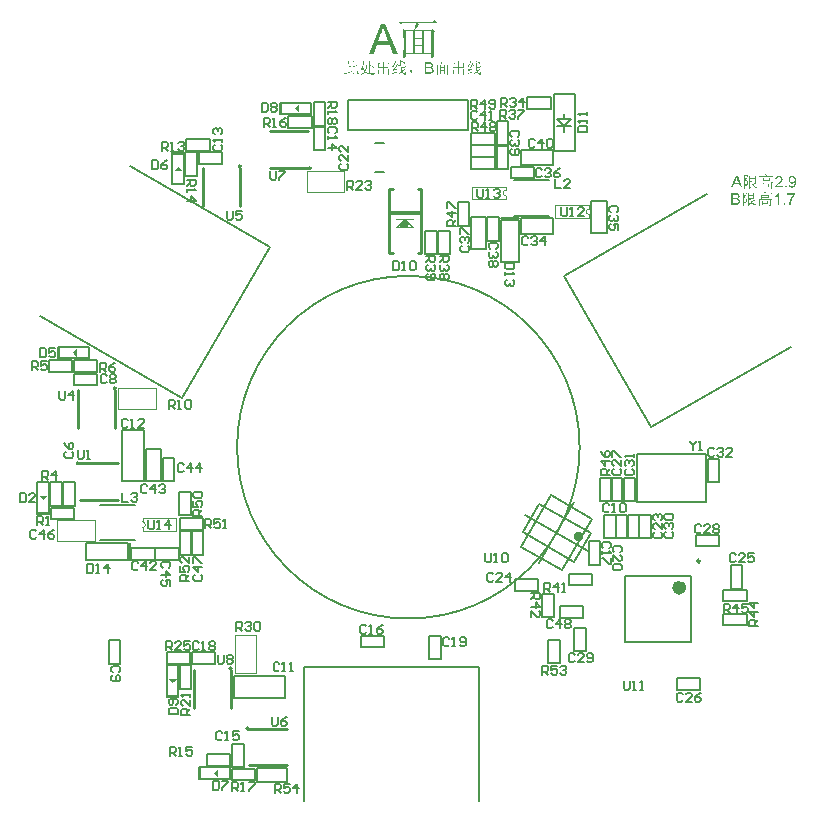
<source format=gto>
G04*
G04 #@! TF.GenerationSoftware,Altium Limited,Altium Designer,19.1.5 (86)*
G04*
G04 Layer_Color=65535*
%FSLAX25Y25*%
%MOIN*%
G70*
G01*
G75*
%ADD10C,0.01000*%
%ADD11C,0.00984*%
%ADD12C,0.02362*%
%ADD13C,0.00394*%
%ADD14C,0.01600*%
%ADD15C,0.00500*%
%ADD16C,0.00787*%
%ADD17C,0.00400*%
%ADD18C,0.01181*%
%ADD19R,0.01181X0.00394*%
%ADD20R,0.00394X0.00394*%
%ADD21R,0.03150X0.01181*%
G36*
X23089Y128606D02*
X23122Y128595D01*
X23161Y128584D01*
X23216Y128568D01*
X23272Y128551D01*
X23394Y128512D01*
X23522Y128468D01*
X23577Y128446D01*
X23633Y128423D01*
X23683Y128401D01*
X23721Y128373D01*
X23755Y128351D01*
X23771Y128329D01*
X23777Y128323D01*
X23783Y128312D01*
X23794Y128290D01*
X23805Y128262D01*
X23827Y128196D01*
X23838Y128163D01*
Y128129D01*
Y128124D01*
Y128113D01*
Y128090D01*
X23832Y128063D01*
X23821Y127996D01*
X23794Y127918D01*
Y127913D01*
X23788Y127902D01*
X23771Y127868D01*
X23744Y127835D01*
X23727Y127824D01*
X23710Y127818D01*
X23705Y127824D01*
X23694Y127830D01*
X23683Y127841D01*
X23666Y127857D01*
X23644Y127891D01*
X23616Y127929D01*
X23588Y127985D01*
X23583Y127996D01*
X23561Y128024D01*
X23522Y128074D01*
X23466Y128140D01*
X23388Y128224D01*
X23294Y128318D01*
X23239Y128368D01*
X23178Y128423D01*
X23111Y128484D01*
X23039Y128545D01*
X23061Y128612D01*
X23066D01*
X23089Y128606D01*
D02*
G37*
G36*
X-1981D02*
X-1947Y128595D01*
X-1908Y128584D01*
X-1853Y128568D01*
X-1798Y128551D01*
X-1675Y128512D01*
X-1548Y128468D01*
X-1492Y128446D01*
X-1437Y128423D01*
X-1387Y128401D01*
X-1348Y128373D01*
X-1315Y128351D01*
X-1298Y128329D01*
X-1292Y128323D01*
X-1287Y128312D01*
X-1276Y128290D01*
X-1265Y128262D01*
X-1242Y128196D01*
X-1231Y128163D01*
Y128129D01*
Y128124D01*
Y128113D01*
Y128090D01*
X-1237Y128063D01*
X-1248Y127996D01*
X-1276Y127918D01*
Y127913D01*
X-1281Y127902D01*
X-1298Y127868D01*
X-1326Y127835D01*
X-1342Y127824D01*
X-1359Y127818D01*
X-1365Y127824D01*
X-1376Y127830D01*
X-1387Y127841D01*
X-1403Y127857D01*
X-1426Y127891D01*
X-1453Y127929D01*
X-1481Y127985D01*
X-1487Y127996D01*
X-1509Y128024D01*
X-1548Y128074D01*
X-1603Y128140D01*
X-1681Y128224D01*
X-1775Y128318D01*
X-1831Y128368D01*
X-1892Y128423D01*
X-1958Y128484D01*
X-2031Y128545D01*
X-2008Y128612D01*
X-2003D01*
X-1981Y128606D01*
D02*
G37*
G36*
X13848Y128407D02*
X11228D01*
X11539Y128235D01*
X11334Y128174D01*
Y128168D01*
X11323Y128157D01*
X11312Y128140D01*
X11289Y128113D01*
X11267Y128079D01*
X11245Y128040D01*
X11184Y127952D01*
X11117Y127852D01*
X11051Y127735D01*
X10979Y127619D01*
X10912Y127497D01*
X12966D01*
X13115Y127707D01*
X13448Y127458D01*
X13304Y127308D01*
Y127302D01*
Y127286D01*
Y127258D01*
Y127225D01*
Y127180D01*
Y127125D01*
Y127064D01*
Y126991D01*
Y126914D01*
Y126830D01*
Y126742D01*
Y126647D01*
Y126436D01*
X13310Y126209D01*
Y125965D01*
Y125715D01*
Y125454D01*
X13315Y125188D01*
Y124927D01*
X13321Y124666D01*
Y124411D01*
X13326Y124172D01*
X13010Y124022D01*
Y124438D01*
X9758D01*
Y124150D01*
X9447Y124000D01*
Y124011D01*
Y124033D01*
Y124078D01*
X9452Y124133D01*
Y124205D01*
Y124294D01*
Y124394D01*
X9458Y124511D01*
Y124638D01*
Y124777D01*
Y124932D01*
X9464Y125099D01*
Y125277D01*
Y125465D01*
Y125659D01*
Y125870D01*
Y125876D01*
Y125881D01*
Y125898D01*
Y125920D01*
Y125981D01*
Y126059D01*
Y126153D01*
Y126264D01*
Y126392D01*
Y126525D01*
X9458Y126664D01*
Y126808D01*
Y127108D01*
X9452Y127258D01*
Y127402D01*
Y127535D01*
X9447Y127663D01*
X9758Y127497D01*
X10784D01*
Y127502D01*
X10790Y127519D01*
X10801Y127547D01*
X10812Y127580D01*
X10829Y127624D01*
X10840Y127674D01*
X10862Y127730D01*
X10879Y127796D01*
X10917Y127935D01*
X10956Y128085D01*
X10990Y128246D01*
X11017Y128407D01*
X9624D01*
X9563Y128401D01*
X9491D01*
X9402Y128390D01*
X9314Y128379D01*
X9219Y128362D01*
X9131Y128340D01*
X8942Y128529D01*
X13137D01*
X13471Y128845D01*
X13848Y128407D01*
D02*
G37*
G36*
X17061Y128568D02*
X16895Y128379D01*
Y126681D01*
X18133D01*
Y127624D01*
Y127630D01*
Y127635D01*
Y127669D01*
Y127718D01*
Y127791D01*
X18127Y127879D01*
X18121Y127979D01*
X18116Y128090D01*
X18110Y128212D01*
X18593Y127979D01*
X18421Y127835D01*
Y127019D01*
Y127008D01*
Y126980D01*
Y126930D01*
X18427Y126869D01*
X18432Y126780D01*
X18438Y126681D01*
X18449Y126564D01*
X18465Y126431D01*
X18133Y126303D01*
Y126558D01*
X16895D01*
Y124522D01*
X18338D01*
Y125443D01*
Y125449D01*
Y125454D01*
Y125471D01*
Y125493D01*
Y125554D01*
Y125637D01*
X18332Y125732D01*
Y125843D01*
X18327Y125965D01*
X18321Y126092D01*
X18799Y125820D01*
X18632Y125698D01*
Y124921D01*
Y124916D01*
Y124905D01*
Y124882D01*
Y124855D01*
Y124821D01*
Y124783D01*
X18638Y124688D01*
Y124572D01*
X18643Y124444D01*
X18649Y124311D01*
X18654Y124172D01*
X18338Y124067D01*
Y124400D01*
X15197D01*
X15047Y124255D01*
X14753Y124488D01*
X14902Y124627D01*
Y125443D01*
Y125449D01*
Y125460D01*
Y125476D01*
Y125498D01*
Y125526D01*
Y125565D01*
Y125648D01*
X14897Y125754D01*
X14891Y125870D01*
X14886Y125998D01*
X14880Y126137D01*
X15363Y125887D01*
X15197Y125737D01*
Y124522D01*
X16601D01*
Y126558D01*
X15385D01*
X15213Y126409D01*
X14925Y126642D01*
X15069Y126764D01*
Y127624D01*
Y127630D01*
Y127635D01*
Y127669D01*
Y127718D01*
Y127785D01*
X15063Y127868D01*
X15058Y127957D01*
X15052Y128063D01*
X15047Y128168D01*
X15552Y127918D01*
X15363Y127791D01*
Y126681D01*
X16601D01*
Y128063D01*
Y128068D01*
Y128079D01*
Y128101D01*
Y128129D01*
Y128163D01*
Y128201D01*
Y128296D01*
X16595Y128407D01*
X16590Y128534D01*
X16584Y128668D01*
X16579Y128801D01*
X17061Y128568D01*
D02*
G37*
G36*
X-8008D02*
X-8174Y128379D01*
Y126681D01*
X-6937D01*
Y127624D01*
Y127630D01*
Y127635D01*
Y127669D01*
Y127718D01*
Y127791D01*
X-6942Y127879D01*
X-6948Y127979D01*
X-6953Y128090D01*
X-6959Y128212D01*
X-6476Y127979D01*
X-6648Y127835D01*
Y127019D01*
Y127008D01*
Y126980D01*
Y126930D01*
X-6643Y126869D01*
X-6637Y126780D01*
X-6632Y126681D01*
X-6620Y126564D01*
X-6604Y126431D01*
X-6937Y126303D01*
Y126558D01*
X-8174D01*
Y124522D01*
X-6731D01*
Y125443D01*
Y125449D01*
Y125454D01*
Y125471D01*
Y125493D01*
Y125554D01*
Y125637D01*
X-6737Y125732D01*
Y125843D01*
X-6742Y125965D01*
X-6748Y126092D01*
X-6271Y125820D01*
X-6437Y125698D01*
Y124921D01*
Y124916D01*
Y124905D01*
Y124882D01*
Y124855D01*
Y124821D01*
Y124783D01*
X-6432Y124688D01*
Y124572D01*
X-6426Y124444D01*
X-6421Y124311D01*
X-6415Y124172D01*
X-6731Y124067D01*
Y124400D01*
X-9873D01*
X-10023Y124255D01*
X-10317Y124488D01*
X-10167Y124627D01*
Y125443D01*
Y125449D01*
Y125460D01*
Y125476D01*
Y125498D01*
Y125526D01*
Y125565D01*
Y125648D01*
X-10172Y125754D01*
X-10178Y125870D01*
X-10183Y125998D01*
X-10189Y126137D01*
X-9706Y125887D01*
X-9873Y125737D01*
Y124522D01*
X-8469D01*
Y126558D01*
X-9684D01*
X-9856Y126409D01*
X-10145Y126642D01*
X-10000Y126764D01*
Y127624D01*
Y127630D01*
Y127635D01*
Y127669D01*
Y127718D01*
Y127785D01*
X-10006Y127868D01*
X-10012Y127957D01*
X-10017Y128063D01*
X-10023Y128168D01*
X-9517Y127918D01*
X-9706Y127791D01*
Y126681D01*
X-8469D01*
Y128063D01*
Y128068D01*
Y128079D01*
Y128101D01*
Y128129D01*
Y128163D01*
Y128201D01*
Y128296D01*
X-8474Y128407D01*
X-8480Y128534D01*
X-8485Y128668D01*
X-8491Y128801D01*
X-8008Y128568D01*
D02*
G37*
G36*
X-12520Y128507D02*
X-12687Y128362D01*
Y127419D01*
X-12681D01*
X-12659Y127408D01*
X-12620Y127397D01*
X-12576Y127374D01*
X-12520Y127352D01*
X-12459Y127324D01*
X-12387Y127297D01*
X-12309Y127263D01*
X-12148Y127186D01*
X-11982Y127102D01*
X-11821Y127014D01*
X-11743Y126969D01*
X-11676Y126925D01*
X-11671D01*
X-11660Y126914D01*
X-11643Y126903D01*
X-11621Y126886D01*
X-11571Y126836D01*
X-11510Y126775D01*
X-11455Y126703D01*
X-11410Y126625D01*
X-11393Y126581D01*
X-11388Y126542D01*
Y126497D01*
X-11393Y126453D01*
Y126442D01*
X-11405Y126414D01*
X-11416Y126381D01*
X-11432Y126337D01*
X-11449Y126292D01*
X-11471Y126259D01*
X-11493Y126231D01*
X-11516Y126220D01*
X-11521D01*
X-11532Y126225D01*
X-11549Y126231D01*
X-11565Y126242D01*
X-11593Y126264D01*
X-11621Y126292D01*
X-11649Y126337D01*
X-11682Y126392D01*
Y126398D01*
X-11693Y126409D01*
X-11704Y126425D01*
X-11726Y126453D01*
X-11754Y126486D01*
X-11793Y126531D01*
X-11832Y126575D01*
X-11887Y126631D01*
X-11948Y126692D01*
X-12021Y126764D01*
X-12104Y126842D01*
X-12193Y126919D01*
X-12298Y127008D01*
X-12415Y127102D01*
X-12542Y127208D01*
X-12687Y127313D01*
Y125721D01*
Y125715D01*
Y125704D01*
Y125687D01*
Y125665D01*
Y125637D01*
Y125604D01*
Y125521D01*
X-12681Y125415D01*
Y125304D01*
X-12675Y125182D01*
X-12670Y125049D01*
X-13003Y124899D01*
Y124905D01*
Y124916D01*
Y124938D01*
X-12997Y124966D01*
Y125004D01*
Y125049D01*
X-12992Y125099D01*
Y125154D01*
X-12986Y125277D01*
Y125415D01*
X-12981Y125565D01*
Y125721D01*
Y127985D01*
Y127990D01*
Y127996D01*
Y128013D01*
Y128035D01*
Y128063D01*
Y128096D01*
Y128140D01*
Y128185D01*
X-12986Y128235D01*
Y128296D01*
Y128357D01*
X-12992Y128429D01*
Y128501D01*
X-12997Y128584D01*
Y128668D01*
X-13003Y128762D01*
X-12520Y128507D01*
D02*
G37*
G36*
X21152Y128545D02*
X21146Y128540D01*
X21124Y128529D01*
X21091Y128507D01*
X21046Y128473D01*
X20991Y128418D01*
X20930Y128346D01*
X20902Y128301D01*
X20869Y128251D01*
X20830Y128190D01*
X20797Y128129D01*
Y128124D01*
X20786Y128113D01*
X20774Y128090D01*
X20758Y128057D01*
X20735Y128018D01*
X20713Y127974D01*
X20680Y127918D01*
X20641Y127852D01*
X20597Y127779D01*
X20547Y127702D01*
X20491Y127613D01*
X20425Y127519D01*
X20358Y127413D01*
X20280Y127302D01*
X20197Y127186D01*
X20108Y127058D01*
X20963Y127141D01*
X20969Y127147D01*
X20974Y127158D01*
X20985Y127186D01*
X21008Y127213D01*
X21024Y127252D01*
X21052Y127297D01*
X21080Y127347D01*
X21107Y127402D01*
X21174Y127530D01*
X21240Y127674D01*
X21302Y127824D01*
X21363Y127979D01*
X21740Y127707D01*
X21734Y127702D01*
X21712Y127685D01*
X21673Y127652D01*
X21651Y127630D01*
X21623Y127602D01*
X21590Y127563D01*
X21557Y127524D01*
X21512Y127474D01*
X21468Y127419D01*
X21418Y127352D01*
X21363Y127280D01*
X21307Y127197D01*
X21240Y127102D01*
X21235Y127097D01*
X21224Y127080D01*
X21202Y127047D01*
X21174Y127008D01*
X21141Y126958D01*
X21096Y126897D01*
X21046Y126830D01*
X20991Y126753D01*
X20924Y126664D01*
X20858Y126570D01*
X20780Y126464D01*
X20697Y126353D01*
X20608Y126237D01*
X20514Y126115D01*
X20419Y125981D01*
X20314Y125848D01*
X20330D01*
X20347Y125854D01*
X20375Y125859D01*
X20414Y125865D01*
X20458Y125870D01*
X20519Y125881D01*
X20586Y125893D01*
X20669Y125904D01*
X20763Y125920D01*
X20869Y125937D01*
X20991Y125959D01*
X21124Y125987D01*
X21274Y126015D01*
X21435Y126042D01*
X21618Y126076D01*
Y125993D01*
X21612D01*
X21596Y125987D01*
X21563Y125976D01*
X21524Y125970D01*
X21479Y125954D01*
X21424Y125943D01*
X21363Y125926D01*
X21296Y125904D01*
X21152Y125865D01*
X21008Y125820D01*
X20863Y125776D01*
X20797Y125754D01*
X20735Y125732D01*
X20730D01*
X20719Y125726D01*
X20702Y125721D01*
X20680Y125709D01*
X20619Y125682D01*
X20541Y125648D01*
X20441Y125598D01*
X20336Y125543D01*
X20225Y125476D01*
X20108Y125404D01*
X19853Y125848D01*
X19864Y125854D01*
X19892Y125865D01*
X19942Y125887D01*
X20008Y125926D01*
X20086Y125981D01*
X20131Y126020D01*
X20175Y126059D01*
X20225Y126109D01*
X20275Y126164D01*
X20330Y126225D01*
X20386Y126292D01*
X20391Y126298D01*
X20397Y126309D01*
X20414Y126331D01*
X20436Y126359D01*
X20464Y126392D01*
X20497Y126436D01*
X20530Y126481D01*
X20569Y126536D01*
X20652Y126647D01*
X20741Y126780D01*
X20835Y126919D01*
X20924Y127058D01*
X20913D01*
X20885Y127052D01*
X20835Y127041D01*
X20774Y127030D01*
X20702Y127014D01*
X20625Y126991D01*
X20536Y126969D01*
X20441Y126942D01*
X20430Y126936D01*
X20397Y126925D01*
X20353Y126908D01*
X20291Y126880D01*
X20219Y126847D01*
X20142Y126803D01*
X20064Y126747D01*
X19981Y126681D01*
X19748Y127080D01*
X19759Y127086D01*
X19786Y127097D01*
X19836Y127125D01*
X19870Y127147D01*
X19903Y127175D01*
X19942Y127208D01*
X19981Y127247D01*
X20025Y127297D01*
X20069Y127352D01*
X20120Y127419D01*
X20169Y127497D01*
X20225Y127580D01*
X20280Y127680D01*
X20286Y127685D01*
X20291Y127707D01*
X20308Y127735D01*
X20330Y127774D01*
X20358Y127824D01*
X20386Y127885D01*
X20419Y127952D01*
X20452Y128029D01*
X20486Y128113D01*
X20525Y128201D01*
X20602Y128396D01*
X20674Y128601D01*
X20735Y128817D01*
X21152Y128545D01*
D02*
G37*
G36*
X-3918D02*
X-3923Y128540D01*
X-3945Y128529D01*
X-3979Y128507D01*
X-4023Y128473D01*
X-4078Y128418D01*
X-4140Y128346D01*
X-4167Y128301D01*
X-4201Y128251D01*
X-4239Y128190D01*
X-4273Y128129D01*
Y128124D01*
X-4284Y128113D01*
X-4295Y128090D01*
X-4312Y128057D01*
X-4334Y128018D01*
X-4356Y127974D01*
X-4389Y127918D01*
X-4428Y127852D01*
X-4473Y127779D01*
X-4522Y127702D01*
X-4578Y127613D01*
X-4645Y127519D01*
X-4711Y127413D01*
X-4789Y127302D01*
X-4872Y127186D01*
X-4961Y127058D01*
X-4106Y127141D01*
X-4101Y127147D01*
X-4095Y127158D01*
X-4084Y127186D01*
X-4062Y127213D01*
X-4045Y127252D01*
X-4017Y127297D01*
X-3990Y127347D01*
X-3962Y127402D01*
X-3895Y127530D01*
X-3829Y127674D01*
X-3768Y127824D01*
X-3707Y127979D01*
X-3329Y127707D01*
X-3335Y127702D01*
X-3357Y127685D01*
X-3396Y127652D01*
X-3418Y127630D01*
X-3446Y127602D01*
X-3479Y127563D01*
X-3512Y127524D01*
X-3557Y127474D01*
X-3601Y127419D01*
X-3651Y127352D01*
X-3707Y127280D01*
X-3762Y127197D01*
X-3829Y127102D01*
X-3834Y127097D01*
X-3845Y127080D01*
X-3868Y127047D01*
X-3895Y127008D01*
X-3929Y126958D01*
X-3973Y126897D01*
X-4023Y126830D01*
X-4078Y126753D01*
X-4145Y126664D01*
X-4212Y126570D01*
X-4290Y126464D01*
X-4373Y126353D01*
X-4462Y126237D01*
X-4556Y126115D01*
X-4650Y125981D01*
X-4756Y125848D01*
X-4739D01*
X-4722Y125854D01*
X-4695Y125859D01*
X-4656Y125865D01*
X-4611Y125870D01*
X-4550Y125881D01*
X-4484Y125893D01*
X-4400Y125904D01*
X-4306Y125920D01*
X-4201Y125937D01*
X-4078Y125959D01*
X-3945Y125987D01*
X-3796Y126015D01*
X-3635Y126042D01*
X-3451Y126076D01*
Y125993D01*
X-3457D01*
X-3474Y125987D01*
X-3507Y125976D01*
X-3546Y125970D01*
X-3590Y125954D01*
X-3646Y125943D01*
X-3707Y125926D01*
X-3773Y125904D01*
X-3918Y125865D01*
X-4062Y125820D01*
X-4206Y125776D01*
X-4273Y125754D01*
X-4334Y125732D01*
X-4339D01*
X-4351Y125726D01*
X-4367Y125721D01*
X-4389Y125709D01*
X-4450Y125682D01*
X-4528Y125648D01*
X-4628Y125598D01*
X-4733Y125543D01*
X-4844Y125476D01*
X-4961Y125404D01*
X-5216Y125848D01*
X-5205Y125854D01*
X-5178Y125865D01*
X-5127Y125887D01*
X-5061Y125926D01*
X-4983Y125981D01*
X-4939Y126020D01*
X-4894Y126059D01*
X-4844Y126109D01*
X-4795Y126164D01*
X-4739Y126225D01*
X-4684Y126292D01*
X-4678Y126298D01*
X-4672Y126309D01*
X-4656Y126331D01*
X-4634Y126359D01*
X-4606Y126392D01*
X-4572Y126436D01*
X-4539Y126481D01*
X-4500Y126536D01*
X-4417Y126647D01*
X-4328Y126780D01*
X-4234Y126919D01*
X-4145Y127058D01*
X-4156D01*
X-4184Y127052D01*
X-4234Y127041D01*
X-4295Y127030D01*
X-4367Y127014D01*
X-4445Y126991D01*
X-4534Y126969D01*
X-4628Y126942D01*
X-4639Y126936D01*
X-4672Y126925D01*
X-4717Y126908D01*
X-4778Y126880D01*
X-4850Y126847D01*
X-4928Y126803D01*
X-5005Y126747D01*
X-5089Y126681D01*
X-5322Y127080D01*
X-5311Y127086D01*
X-5283Y127097D01*
X-5233Y127125D01*
X-5200Y127147D01*
X-5166Y127175D01*
X-5127Y127208D01*
X-5089Y127247D01*
X-5044Y127297D01*
X-5000Y127352D01*
X-4950Y127419D01*
X-4900Y127497D01*
X-4844Y127580D01*
X-4789Y127680D01*
X-4783Y127685D01*
X-4778Y127707D01*
X-4761Y127735D01*
X-4739Y127774D01*
X-4711Y127824D01*
X-4684Y127885D01*
X-4650Y127952D01*
X-4617Y128029D01*
X-4584Y128113D01*
X-4545Y128201D01*
X-4467Y128396D01*
X-4395Y128601D01*
X-4334Y128817D01*
X-3918Y128545D01*
D02*
G37*
G36*
X-19485Y128523D02*
X-19674Y128379D01*
Y126953D01*
X-19258D01*
X-19025Y127186D01*
X-18669Y126830D01*
X-19674D01*
Y125110D01*
X-18753Y125404D01*
X-18731Y125299D01*
X-18736D01*
X-18758Y125288D01*
X-18792Y125277D01*
X-18836Y125260D01*
X-18897Y125238D01*
X-18964Y125210D01*
X-19036Y125182D01*
X-19119Y125149D01*
X-19213Y125110D01*
X-19308Y125071D01*
X-19524Y124988D01*
X-19746Y124894D01*
X-19979Y124799D01*
X-20218Y124705D01*
X-20446Y124605D01*
X-20656Y124511D01*
X-20756Y124466D01*
X-20845Y124427D01*
X-20934Y124383D01*
X-21012Y124350D01*
X-21078Y124311D01*
X-21134Y124277D01*
X-21184Y124250D01*
X-21217Y124227D01*
X-21239Y124205D01*
X-21250Y124189D01*
X-21500Y124605D01*
X-21495D01*
X-21472Y124610D01*
X-21433Y124622D01*
X-21378Y124633D01*
X-21345Y124638D01*
X-21300Y124649D01*
X-21250Y124666D01*
X-21200Y124677D01*
X-21139Y124694D01*
X-21067Y124710D01*
X-20995Y124733D01*
X-20912Y124755D01*
Y126453D01*
Y126459D01*
Y126475D01*
Y126503D01*
Y126542D01*
Y126592D01*
Y126647D01*
Y126719D01*
Y126797D01*
X-20917Y126880D01*
Y126975D01*
Y127075D01*
X-20923Y127186D01*
Y127302D01*
X-20928Y127424D01*
Y127552D01*
X-20934Y127685D01*
X-20451Y127435D01*
X-20640Y127291D01*
Y124816D01*
X-19946Y125027D01*
Y125038D01*
Y125071D01*
Y125121D01*
Y125188D01*
Y125277D01*
Y125376D01*
Y125487D01*
Y125615D01*
Y125754D01*
Y125898D01*
Y126054D01*
Y126215D01*
Y126553D01*
Y126903D01*
Y126914D01*
Y126947D01*
Y126997D01*
Y127064D01*
Y127147D01*
Y127247D01*
X-19952Y127363D01*
Y127485D01*
Y127624D01*
X-19957Y127769D01*
X-19963Y127924D01*
Y128090D01*
X-19968Y128257D01*
X-19974Y128429D01*
X-19990Y128779D01*
X-19485Y128523D01*
D02*
G37*
G36*
X7077Y128340D02*
X7121D01*
X7221Y128329D01*
X7332Y128318D01*
X7449Y128296D01*
X7565Y128268D01*
X7671Y128229D01*
X7676D01*
X7682Y128224D01*
X7715Y128207D01*
X7765Y128179D01*
X7821Y128140D01*
X7887Y128090D01*
X7959Y128029D01*
X8026Y127952D01*
X8087Y127868D01*
X8093Y127857D01*
X8109Y127824D01*
X8137Y127779D01*
X8165Y127713D01*
X8192Y127635D01*
X8220Y127552D01*
X8237Y127458D01*
X8242Y127363D01*
Y127352D01*
Y127324D01*
X8237Y127275D01*
X8226Y127213D01*
X8209Y127141D01*
X8181Y127064D01*
X8148Y126986D01*
X8104Y126903D01*
X8098Y126892D01*
X8082Y126869D01*
X8048Y126825D01*
X8004Y126780D01*
X7948Y126725D01*
X7882Y126664D01*
X7798Y126609D01*
X7704Y126553D01*
X7710D01*
X7721Y126548D01*
X7737Y126542D01*
X7760Y126531D01*
X7826Y126509D01*
X7904Y126470D01*
X7987Y126420D01*
X8082Y126359D01*
X8165Y126287D01*
X8242Y126198D01*
X8248Y126187D01*
X8270Y126153D01*
X8303Y126103D01*
X8337Y126037D01*
X8370Y125948D01*
X8403Y125854D01*
X8426Y125743D01*
X8431Y125621D01*
Y125615D01*
Y125610D01*
Y125576D01*
X8426Y125521D01*
X8415Y125454D01*
X8403Y125376D01*
X8381Y125293D01*
X8353Y125204D01*
X8315Y125116D01*
X8309Y125104D01*
X8292Y125077D01*
X8270Y125038D01*
X8237Y124982D01*
X8192Y124927D01*
X8148Y124866D01*
X8093Y124805D01*
X8032Y124755D01*
X8026Y124749D01*
X8004Y124733D01*
X7965Y124710D01*
X7915Y124688D01*
X7854Y124655D01*
X7782Y124622D01*
X7704Y124594D01*
X7610Y124566D01*
X7599D01*
X7565Y124555D01*
X7510Y124549D01*
X7438Y124538D01*
X7349Y124527D01*
X7243Y124516D01*
X7127Y124511D01*
X6994Y124505D01*
X5528D01*
Y128346D01*
X7038D01*
X7077Y128340D01*
D02*
G37*
G36*
X21846Y125110D02*
X21834Y125104D01*
X21807Y125099D01*
X21757Y125082D01*
X21690Y125066D01*
X21612Y125043D01*
X21524Y125016D01*
X21424Y124988D01*
X21318Y124955D01*
X21096Y124888D01*
X20869Y124816D01*
X20758Y124783D01*
X20652Y124744D01*
X20558Y124716D01*
X20469Y124683D01*
X20464D01*
X20452Y124677D01*
X20430Y124666D01*
X20403Y124655D01*
X20369Y124644D01*
X20330Y124627D01*
X20242Y124594D01*
X20153Y124549D01*
X20064Y124511D01*
X19992Y124466D01*
X19959Y124450D01*
X19936Y124427D01*
X19731Y124816D01*
X19737D01*
X19759Y124821D01*
X19786D01*
X19825Y124832D01*
X19875Y124838D01*
X19936Y124844D01*
X19997Y124855D01*
X20069Y124866D01*
X20214Y124888D01*
X20375Y124910D01*
X20525Y124938D01*
X20669Y124960D01*
X20674D01*
X20686Y124966D01*
X20708D01*
X20735Y124971D01*
X20774Y124982D01*
X20824Y124988D01*
X20880Y124999D01*
X20946Y125016D01*
X21024Y125027D01*
X21107Y125049D01*
X21202Y125066D01*
X21307Y125088D01*
X21424Y125110D01*
X21546Y125138D01*
X21679Y125165D01*
X21823Y125193D01*
X21846Y125110D01*
D02*
G37*
G36*
X-3224D02*
X-3235Y125104D01*
X-3263Y125099D01*
X-3313Y125082D01*
X-3379Y125066D01*
X-3457Y125043D01*
X-3546Y125016D01*
X-3646Y124988D01*
X-3751Y124955D01*
X-3973Y124888D01*
X-4201Y124816D01*
X-4312Y124783D01*
X-4417Y124744D01*
X-4511Y124716D01*
X-4600Y124683D01*
X-4606D01*
X-4617Y124677D01*
X-4639Y124666D01*
X-4667Y124655D01*
X-4700Y124644D01*
X-4739Y124627D01*
X-4828Y124594D01*
X-4917Y124549D01*
X-5005Y124511D01*
X-5078Y124466D01*
X-5111Y124450D01*
X-5133Y124427D01*
X-5338Y124816D01*
X-5333D01*
X-5311Y124821D01*
X-5283D01*
X-5244Y124832D01*
X-5194Y124838D01*
X-5133Y124844D01*
X-5072Y124855D01*
X-5000Y124866D01*
X-4856Y124888D01*
X-4695Y124910D01*
X-4545Y124938D01*
X-4400Y124960D01*
X-4395D01*
X-4384Y124966D01*
X-4362D01*
X-4334Y124971D01*
X-4295Y124982D01*
X-4245Y124988D01*
X-4189Y124999D01*
X-4123Y125016D01*
X-4045Y125027D01*
X-3962Y125049D01*
X-3868Y125066D01*
X-3762Y125088D01*
X-3646Y125110D01*
X-3524Y125138D01*
X-3390Y125165D01*
X-3246Y125193D01*
X-3224Y125110D01*
D02*
G37*
G36*
X972Y125721D02*
X983D01*
X1000Y125709D01*
X1033Y125698D01*
X1072Y125682D01*
X1111Y125659D01*
X1149Y125632D01*
X1183Y125598D01*
X1205Y125559D01*
Y125554D01*
X1211Y125543D01*
X1222Y125521D01*
X1227Y125493D01*
X1244Y125421D01*
X1249Y125343D01*
Y125338D01*
Y125321D01*
X1244Y125293D01*
Y125254D01*
X1233Y125210D01*
X1222Y125149D01*
X1205Y125088D01*
X1183Y125016D01*
X1177Y125004D01*
X1172Y124982D01*
X1149Y124943D01*
X1127Y124888D01*
X1089Y124827D01*
X1039Y124749D01*
X977Y124672D01*
X900Y124583D01*
X889Y124572D01*
X867Y124544D01*
X822Y124505D01*
X772Y124461D01*
X717Y124416D01*
X661Y124372D01*
X600Y124339D01*
X545Y124322D01*
X539D01*
X522Y124316D01*
X478D01*
X456Y124311D01*
X434D01*
X417Y124316D01*
X411Y124322D01*
Y124327D01*
X417Y124339D01*
X439Y124361D01*
X450Y124372D01*
X472Y124389D01*
X478Y124394D01*
X495Y124405D01*
X517Y124427D01*
X550Y124455D01*
X589Y124494D01*
X628Y124533D01*
X711Y124633D01*
X717Y124638D01*
X733Y124660D01*
X756Y124694D01*
X783Y124738D01*
X811Y124799D01*
X850Y124871D01*
X883Y124955D01*
X917Y125055D01*
X883D01*
X850Y125060D01*
X811D01*
X717Y125082D01*
X672Y125093D01*
X639Y125116D01*
X633Y125121D01*
X628Y125127D01*
X595Y125160D01*
X556Y125210D01*
X522Y125282D01*
Y125288D01*
X517Y125299D01*
Y125321D01*
X511Y125349D01*
X506Y125410D01*
X511Y125482D01*
Y125487D01*
X517Y125498D01*
X522Y125515D01*
X539Y125543D01*
X556Y125571D01*
X583Y125604D01*
X617Y125637D01*
X656Y125671D01*
X661Y125676D01*
X678Y125687D01*
X706Y125698D01*
X744Y125715D01*
X789Y125726D01*
X844Y125732D01*
X905D01*
X972Y125721D01*
D02*
G37*
G36*
X-18103Y128673D02*
X-18314Y128507D01*
Y126703D01*
X-18303Y126708D01*
X-18281Y126725D01*
X-18242Y126747D01*
X-18192Y126780D01*
X-18131Y126825D01*
X-18059Y126875D01*
X-17981Y126930D01*
X-17892Y126997D01*
X-17798Y127069D01*
X-17704Y127152D01*
X-17604Y127236D01*
X-17498Y127330D01*
X-17399Y127430D01*
X-17293Y127530D01*
X-17099Y127752D01*
X-16760Y127374D01*
X-16766D01*
X-16794Y127363D01*
X-16838Y127347D01*
X-16866Y127336D01*
X-16905Y127319D01*
X-16943Y127302D01*
X-16993Y127280D01*
X-17043Y127252D01*
X-17104Y127225D01*
X-17171Y127186D01*
X-17243Y127152D01*
X-17321Y127108D01*
X-17410Y127058D01*
X-17415Y127052D01*
X-17432Y127047D01*
X-17454Y127030D01*
X-17493Y127014D01*
X-17532Y126991D01*
X-17587Y126964D01*
X-17643Y126930D01*
X-17704Y126897D01*
X-17842Y126819D01*
X-17992Y126742D01*
X-18153Y126658D01*
X-18314Y126575D01*
Y124794D01*
Y124783D01*
X-18309Y124755D01*
X-18303Y124716D01*
X-18286Y124672D01*
X-18259Y124622D01*
X-18214Y124583D01*
X-18159Y124555D01*
X-18120Y124549D01*
X-18081Y124544D01*
X-17293D01*
X-17271Y124549D01*
X-17238Y124555D01*
X-17193Y124572D01*
X-17149Y124594D01*
X-17110Y124627D01*
X-17077Y124677D01*
X-17049Y124744D01*
Y124755D01*
X-17043Y124766D01*
X-17038Y124783D01*
Y124810D01*
X-17032Y124838D01*
X-17027Y124877D01*
X-17016Y124921D01*
X-17010Y124971D01*
X-17005Y125027D01*
X-16999Y125093D01*
X-16993Y125165D01*
X-16988Y125249D01*
X-16982Y125343D01*
X-16977Y125437D01*
X-16971Y125549D01*
X-16866D01*
Y125543D01*
Y125532D01*
Y125510D01*
X-16860Y125476D01*
Y125443D01*
X-16855Y125399D01*
X-16849Y125304D01*
X-16844Y125199D01*
X-16833Y125093D01*
X-16827Y124994D01*
X-16821Y124949D01*
X-16816Y124910D01*
Y124899D01*
X-16805Y124877D01*
X-16794Y124844D01*
X-16771Y124799D01*
X-16744Y124749D01*
X-16699Y124699D01*
X-16644Y124649D01*
X-16572Y124605D01*
X-16577Y124594D01*
X-16599Y124572D01*
X-16627Y124533D01*
X-16666Y124488D01*
X-16710Y124444D01*
X-16755Y124400D01*
X-16810Y124361D01*
X-16860Y124339D01*
X-16866D01*
X-16882Y124333D01*
X-16905Y124327D01*
X-16938Y124316D01*
X-17010Y124300D01*
X-17077Y124294D01*
X-18225D01*
X-18248Y124300D01*
X-18314Y124311D01*
X-18386Y124339D01*
X-18459Y124377D01*
X-18492Y124405D01*
X-18525Y124433D01*
X-18547Y124472D01*
X-18570Y124516D01*
X-18581Y124566D01*
X-18586Y124627D01*
Y127730D01*
Y127741D01*
Y127769D01*
Y127813D01*
Y127874D01*
Y127946D01*
Y128029D01*
Y128118D01*
Y128212D01*
X-18592Y128412D01*
Y128512D01*
X-18597Y128606D01*
Y128695D01*
X-18603Y128779D01*
Y128845D01*
X-18608Y128906D01*
X-18103Y128673D01*
D02*
G37*
G36*
X-14490Y128507D02*
X-14496Y128501D01*
X-14507Y128490D01*
X-14518Y128468D01*
X-14540Y128434D01*
X-14568Y128396D01*
X-14596Y128357D01*
X-14624Y128307D01*
X-14651Y128251D01*
X-14657Y128246D01*
X-14662Y128218D01*
X-14673Y128201D01*
X-14685Y128179D01*
X-14696Y128146D01*
X-14707Y128113D01*
X-14723Y128068D01*
X-14740Y128018D01*
X-14762Y127963D01*
X-14785Y127902D01*
X-14807Y127830D01*
X-14834Y127746D01*
X-14862Y127663D01*
X-14890Y127563D01*
X-13991D01*
X-13758Y127796D01*
X-13402Y127435D01*
X-13613Y127313D01*
Y127308D01*
X-13619Y127291D01*
X-13630Y127269D01*
X-13636Y127236D01*
X-13652Y127197D01*
X-13669Y127147D01*
X-13686Y127091D01*
X-13702Y127030D01*
X-13724Y126964D01*
X-13747Y126886D01*
X-13797Y126731D01*
X-13852Y126553D01*
X-13908Y126370D01*
Y126364D01*
X-13913Y126348D01*
X-13924Y126320D01*
X-13935Y126281D01*
X-13946Y126231D01*
X-13969Y126176D01*
X-13991Y126109D01*
X-14013Y126037D01*
X-14041Y125959D01*
X-14074Y125870D01*
X-14146Y125687D01*
X-14230Y125487D01*
X-14324Y125277D01*
X-14318Y125271D01*
X-14313Y125265D01*
X-14296Y125249D01*
X-14274Y125226D01*
X-14241Y125199D01*
X-14207Y125165D01*
X-14163Y125132D01*
X-14113Y125093D01*
X-14052Y125055D01*
X-13985Y125010D01*
X-13913Y124971D01*
X-13836Y124927D01*
X-13747Y124882D01*
X-13652Y124838D01*
X-13547Y124799D01*
X-13436Y124760D01*
X-13430D01*
X-13408Y124755D01*
X-13369Y124744D01*
X-13314Y124733D01*
X-13242Y124716D01*
X-13153Y124699D01*
X-13047Y124683D01*
X-12925Y124666D01*
X-12781Y124649D01*
X-12620Y124633D01*
X-12442Y124622D01*
X-12237Y124610D01*
X-12015Y124605D01*
X-11776Y124599D01*
X-11366D01*
X-11221Y124605D01*
Y124544D01*
X-11227D01*
X-11238Y124538D01*
X-11255Y124533D01*
X-11277Y124522D01*
X-11338Y124494D01*
X-11405Y124455D01*
X-11477Y124405D01*
X-11538Y124344D01*
X-11593Y124272D01*
X-11610Y124233D01*
X-11621Y124189D01*
X-11654D01*
X-11676Y124194D01*
X-11743D01*
X-11832Y124200D01*
X-11937Y124211D01*
X-12065Y124222D01*
X-12198Y124233D01*
X-12342Y124250D01*
X-12498Y124266D01*
X-12653Y124283D01*
X-12964Y124333D01*
X-13114Y124361D01*
X-13258Y124389D01*
X-13392Y124422D01*
X-13508Y124461D01*
X-13514D01*
X-13536Y124472D01*
X-13564Y124483D01*
X-13608Y124499D01*
X-13658Y124522D01*
X-13713Y124549D01*
X-13780Y124577D01*
X-13852Y124616D01*
X-14007Y124705D01*
X-14168Y124810D01*
X-14335Y124938D01*
X-14490Y125088D01*
X-14501Y125077D01*
X-14529Y125043D01*
X-14574Y124994D01*
X-14640Y124927D01*
X-14723Y124849D01*
X-14823Y124760D01*
X-14940Y124660D01*
X-15067Y124560D01*
X-15073Y124555D01*
X-15084Y124549D01*
X-15106Y124533D01*
X-15134Y124516D01*
X-15167Y124494D01*
X-15212Y124466D01*
X-15262Y124433D01*
X-15323Y124400D01*
X-15384Y124366D01*
X-15456Y124327D01*
X-15534Y124289D01*
X-15617Y124250D01*
X-15706Y124205D01*
X-15795Y124167D01*
X-16000Y124083D01*
X-16044Y124150D01*
X-16039Y124155D01*
X-16022Y124161D01*
X-16000Y124178D01*
X-15961Y124194D01*
X-15922Y124216D01*
X-15872Y124244D01*
X-15817Y124277D01*
X-15761Y124311D01*
X-15628Y124394D01*
X-15489Y124488D01*
X-15351Y124588D01*
X-15217Y124699D01*
X-15212Y124705D01*
X-15201Y124710D01*
X-15184Y124727D01*
X-15156Y124749D01*
X-15095Y124810D01*
X-15012Y124888D01*
X-14923Y124982D01*
X-14829Y125082D01*
X-14729Y125188D01*
X-14640Y125299D01*
X-14646Y125310D01*
X-14657Y125332D01*
X-14679Y125376D01*
X-14712Y125432D01*
X-14746Y125504D01*
X-14785Y125582D01*
X-14823Y125676D01*
X-14868Y125782D01*
X-14918Y125893D01*
X-14962Y126009D01*
X-15007Y126131D01*
X-15045Y126264D01*
X-15084Y126398D01*
X-15118Y126531D01*
X-15140Y126670D01*
X-15162Y126808D01*
X-15167Y126803D01*
X-15179Y126775D01*
X-15195Y126742D01*
X-15217Y126686D01*
X-15251Y126625D01*
X-15284Y126553D01*
X-15328Y126475D01*
X-15373Y126386D01*
X-15428Y126292D01*
X-15484Y126192D01*
X-15611Y125987D01*
X-15756Y125776D01*
X-15917Y125571D01*
X-16000Y125632D01*
X-15994Y125643D01*
X-15978Y125671D01*
X-15950Y125709D01*
X-15917Y125770D01*
X-15878Y125848D01*
X-15828Y125937D01*
X-15778Y126037D01*
X-15717Y126153D01*
X-15661Y126276D01*
X-15595Y126414D01*
X-15534Y126558D01*
X-15473Y126714D01*
X-15412Y126875D01*
X-15356Y127041D01*
X-15301Y127219D01*
X-15251Y127397D01*
Y127402D01*
X-15245Y127408D01*
X-15240Y127441D01*
X-15228Y127491D01*
X-15212Y127552D01*
X-15190Y127630D01*
X-15167Y127718D01*
X-15145Y127818D01*
X-15118Y127924D01*
X-15073Y128146D01*
X-15023Y128362D01*
X-15007Y128462D01*
X-14990Y128557D01*
X-14979Y128645D01*
X-14973Y128718D01*
X-14490Y128507D01*
D02*
G37*
G36*
X22872Y128673D02*
X22706Y128529D01*
Y128523D01*
Y128507D01*
Y128484D01*
Y128451D01*
Y128407D01*
Y128357D01*
Y128296D01*
X22711Y128229D01*
Y128151D01*
Y128074D01*
Y127985D01*
X22717Y127891D01*
Y127791D01*
X22722Y127685D01*
X22728Y127458D01*
X23627Y127541D01*
X23899Y127857D01*
X24321Y127480D01*
X22728Y127352D01*
Y127347D01*
Y127341D01*
Y127324D01*
Y127297D01*
Y127269D01*
Y127236D01*
X22734Y127191D01*
Y127147D01*
Y127091D01*
X22739Y127036D01*
X22745Y126903D01*
X22756Y126747D01*
X22767Y126575D01*
X23755Y126681D01*
X24027Y126997D01*
X24448Y126642D01*
X22789Y126475D01*
Y126470D01*
X22795Y126448D01*
Y126414D01*
X22800Y126370D01*
X22806Y126314D01*
X22817Y126248D01*
X22828Y126181D01*
X22839Y126103D01*
X22867Y125937D01*
X22906Y125770D01*
X22950Y125604D01*
X22972Y125521D01*
X23000Y125449D01*
X23005Y125454D01*
X23022Y125465D01*
X23044Y125487D01*
X23078Y125521D01*
X23117Y125559D01*
X23161Y125604D01*
X23211Y125654D01*
X23266Y125715D01*
X23383Y125848D01*
X23505Y125993D01*
X23621Y126153D01*
X23732Y126326D01*
X24110Y125948D01*
X23921Y125926D01*
X23916Y125920D01*
X23905Y125909D01*
X23882Y125887D01*
X23855Y125865D01*
X23816Y125826D01*
X23777Y125787D01*
X23727Y125743D01*
X23671Y125693D01*
X23549Y125582D01*
X23416Y125454D01*
X23277Y125315D01*
X23128Y125177D01*
X23133Y125171D01*
X23144Y125154D01*
X23166Y125127D01*
X23194Y125093D01*
X23233Y125049D01*
X23272Y124999D01*
X23322Y124943D01*
X23377Y124888D01*
X23438Y124827D01*
X23505Y124766D01*
X23655Y124644D01*
X23821Y124533D01*
X23910Y124488D01*
X24004Y124444D01*
X24299Y125449D01*
X24382Y125426D01*
Y125421D01*
Y125404D01*
X24376Y125382D01*
Y125349D01*
X24371Y125304D01*
Y125260D01*
X24365Y125204D01*
X24360Y125149D01*
X24354Y125021D01*
X24343Y124888D01*
X24338Y124755D01*
X24332Y124633D01*
Y124627D01*
Y124622D01*
Y124605D01*
Y124583D01*
Y124527D01*
X24338Y124455D01*
X24349Y124372D01*
X24365Y124289D01*
X24393Y124211D01*
X24426Y124133D01*
X24432Y124128D01*
X24437Y124111D01*
X24443Y124089D01*
X24448Y124067D01*
Y124061D01*
X24443Y124056D01*
X24437Y124044D01*
X24421Y124028D01*
X24393Y124017D01*
X24354Y124011D01*
X24299D01*
X24226Y124017D01*
X24215D01*
X24188Y124028D01*
X24138Y124039D01*
X24071Y124061D01*
X23988Y124094D01*
X23882Y124139D01*
X23771Y124200D01*
X23638Y124272D01*
X23633D01*
X23621Y124283D01*
X23599Y124294D01*
X23577Y124311D01*
X23544Y124339D01*
X23505Y124366D01*
X23455Y124400D01*
X23411Y124438D01*
X23355Y124483D01*
X23294Y124538D01*
X23233Y124594D01*
X23172Y124655D01*
X23105Y124727D01*
X23033Y124799D01*
X22967Y124877D01*
X22895Y124966D01*
X22889D01*
X22878Y124955D01*
X22856Y124943D01*
X22828Y124927D01*
X22795Y124905D01*
X22756Y124877D01*
X22711Y124849D01*
X22656Y124821D01*
X22539Y124755D01*
X22412Y124683D01*
X22273Y124616D01*
X22129Y124549D01*
X22123D01*
X22112Y124544D01*
X22090Y124533D01*
X22056Y124522D01*
X22023Y124505D01*
X21973Y124488D01*
X21923Y124466D01*
X21862Y124444D01*
X21796Y124422D01*
X21718Y124394D01*
X21640Y124366D01*
X21551Y124339D01*
X21463Y124311D01*
X21363Y124277D01*
X21152Y124216D01*
X21135Y124300D01*
X21146Y124305D01*
X21174Y124316D01*
X21224Y124333D01*
X21285Y124361D01*
X21368Y124394D01*
X21457Y124433D01*
X21563Y124483D01*
X21673Y124538D01*
X21796Y124599D01*
X21923Y124666D01*
X22056Y124744D01*
X22195Y124827D01*
X22334Y124910D01*
X22473Y125010D01*
X22617Y125110D01*
X22750Y125215D01*
Y125221D01*
X22745Y125243D01*
X22734Y125271D01*
X22722Y125315D01*
X22706Y125365D01*
X22689Y125426D01*
X22667Y125498D01*
X22650Y125582D01*
X22628Y125665D01*
X22606Y125759D01*
X22584Y125859D01*
X22561Y125965D01*
X22523Y126192D01*
X22495Y126431D01*
X21635Y126326D01*
X21468Y126242D01*
X21240Y126409D01*
X22473Y126536D01*
Y126542D01*
Y126548D01*
Y126570D01*
Y126592D01*
X22467Y126620D01*
Y126658D01*
X22461Y126697D01*
Y126747D01*
Y126797D01*
X22456Y126858D01*
X22451Y126925D01*
Y126997D01*
X22439Y127152D01*
X22434Y127330D01*
X21823Y127291D01*
X21701Y127208D01*
X21512Y127374D01*
X22434Y127435D01*
Y127447D01*
Y127469D01*
Y127508D01*
X22428Y127563D01*
Y127630D01*
Y127707D01*
X22423Y127796D01*
Y127896D01*
X22417Y128001D01*
X22412Y128118D01*
Y128240D01*
X22406Y128368D01*
X22400Y128629D01*
X22389Y128906D01*
X22872Y128673D01*
D02*
G37*
G36*
X-2197D02*
X-2364Y128529D01*
Y128523D01*
Y128507D01*
Y128484D01*
Y128451D01*
Y128407D01*
Y128357D01*
Y128296D01*
X-2358Y128229D01*
Y128151D01*
Y128074D01*
Y127985D01*
X-2352Y127891D01*
Y127791D01*
X-2347Y127685D01*
X-2341Y127458D01*
X-1442Y127541D01*
X-1170Y127857D01*
X-749Y127480D01*
X-2341Y127352D01*
Y127347D01*
Y127341D01*
Y127324D01*
Y127297D01*
Y127269D01*
Y127236D01*
X-2336Y127191D01*
Y127147D01*
Y127091D01*
X-2330Y127036D01*
X-2325Y126903D01*
X-2314Y126747D01*
X-2303Y126575D01*
X-1315Y126681D01*
X-1043Y126997D01*
X-621Y126642D01*
X-2280Y126475D01*
Y126470D01*
X-2275Y126448D01*
Y126414D01*
X-2269Y126370D01*
X-2264Y126314D01*
X-2253Y126248D01*
X-2241Y126181D01*
X-2230Y126103D01*
X-2203Y125937D01*
X-2164Y125770D01*
X-2119Y125604D01*
X-2097Y125521D01*
X-2070Y125449D01*
X-2064Y125454D01*
X-2047Y125465D01*
X-2025Y125487D01*
X-1992Y125521D01*
X-1953Y125559D01*
X-1908Y125604D01*
X-1859Y125654D01*
X-1803Y125715D01*
X-1687Y125848D01*
X-1564Y125993D01*
X-1448Y126153D01*
X-1337Y126326D01*
X-959Y125948D01*
X-1148Y125926D01*
X-1154Y125920D01*
X-1165Y125909D01*
X-1187Y125887D01*
X-1215Y125865D01*
X-1254Y125826D01*
X-1292Y125787D01*
X-1342Y125743D01*
X-1398Y125693D01*
X-1520Y125582D01*
X-1653Y125454D01*
X-1792Y125315D01*
X-1942Y125177D01*
X-1936Y125171D01*
X-1925Y125154D01*
X-1903Y125127D01*
X-1875Y125093D01*
X-1836Y125049D01*
X-1798Y124999D01*
X-1748Y124943D01*
X-1692Y124888D01*
X-1631Y124827D01*
X-1564Y124766D01*
X-1415Y124644D01*
X-1248Y124533D01*
X-1159Y124488D01*
X-1065Y124444D01*
X-771Y125449D01*
X-687Y125426D01*
Y125421D01*
Y125404D01*
X-693Y125382D01*
Y125349D01*
X-699Y125304D01*
Y125260D01*
X-704Y125204D01*
X-710Y125149D01*
X-715Y125021D01*
X-726Y124888D01*
X-732Y124755D01*
X-738Y124633D01*
Y124627D01*
Y124622D01*
Y124605D01*
Y124583D01*
Y124527D01*
X-732Y124455D01*
X-721Y124372D01*
X-704Y124289D01*
X-676Y124211D01*
X-643Y124133D01*
X-637Y124128D01*
X-632Y124111D01*
X-626Y124089D01*
X-621Y124067D01*
Y124061D01*
X-626Y124056D01*
X-632Y124044D01*
X-649Y124028D01*
X-676Y124017D01*
X-715Y124011D01*
X-771D01*
X-843Y124017D01*
X-854D01*
X-882Y124028D01*
X-932Y124039D01*
X-998Y124061D01*
X-1082Y124094D01*
X-1187Y124139D01*
X-1298Y124200D01*
X-1431Y124272D01*
X-1437D01*
X-1448Y124283D01*
X-1470Y124294D01*
X-1492Y124311D01*
X-1526Y124339D01*
X-1564Y124366D01*
X-1614Y124400D01*
X-1659Y124438D01*
X-1714Y124483D01*
X-1775Y124538D01*
X-1836Y124594D01*
X-1897Y124655D01*
X-1964Y124727D01*
X-2036Y124799D01*
X-2103Y124877D01*
X-2175Y124966D01*
X-2180D01*
X-2192Y124955D01*
X-2214Y124943D01*
X-2241Y124927D01*
X-2275Y124905D01*
X-2314Y124877D01*
X-2358Y124849D01*
X-2414Y124821D01*
X-2530Y124755D01*
X-2658Y124683D01*
X-2796Y124616D01*
X-2941Y124549D01*
X-2946D01*
X-2957Y124544D01*
X-2980Y124533D01*
X-3013Y124522D01*
X-3046Y124505D01*
X-3096Y124488D01*
X-3146Y124466D01*
X-3207Y124444D01*
X-3274Y124422D01*
X-3351Y124394D01*
X-3429Y124366D01*
X-3518Y124339D01*
X-3607Y124311D01*
X-3707Y124277D01*
X-3918Y124216D01*
X-3934Y124300D01*
X-3923Y124305D01*
X-3895Y124316D01*
X-3845Y124333D01*
X-3784Y124361D01*
X-3701Y124394D01*
X-3612Y124433D01*
X-3507Y124483D01*
X-3396Y124538D01*
X-3274Y124599D01*
X-3146Y124666D01*
X-3013Y124744D01*
X-2874Y124827D01*
X-2736Y124910D01*
X-2597Y125010D01*
X-2452Y125110D01*
X-2319Y125215D01*
Y125221D01*
X-2325Y125243D01*
X-2336Y125271D01*
X-2347Y125315D01*
X-2364Y125365D01*
X-2380Y125426D01*
X-2402Y125498D01*
X-2419Y125582D01*
X-2441Y125665D01*
X-2464Y125759D01*
X-2486Y125859D01*
X-2508Y125965D01*
X-2547Y126192D01*
X-2575Y126431D01*
X-3435Y126326D01*
X-3601Y126242D01*
X-3829Y126409D01*
X-2597Y126536D01*
Y126542D01*
Y126548D01*
Y126570D01*
Y126592D01*
X-2602Y126620D01*
Y126658D01*
X-2608Y126697D01*
Y126747D01*
Y126797D01*
X-2613Y126858D01*
X-2619Y126925D01*
Y126997D01*
X-2630Y127152D01*
X-2636Y127330D01*
X-3246Y127291D01*
X-3368Y127208D01*
X-3557Y127374D01*
X-2636Y127435D01*
Y127447D01*
Y127469D01*
Y127508D01*
X-2641Y127563D01*
Y127630D01*
Y127707D01*
X-2647Y127796D01*
Y127896D01*
X-2652Y128001D01*
X-2658Y128118D01*
Y128240D01*
X-2663Y128368D01*
X-2669Y128629D01*
X-2680Y128906D01*
X-2197Y128673D01*
D02*
G37*
G36*
X113355Y90498D02*
X113189Y90392D01*
X112667Y89154D01*
X112673Y89149D01*
X112678Y89143D01*
X112695Y89127D01*
X112717Y89104D01*
X112767Y89043D01*
X112834Y88966D01*
X112906Y88877D01*
X112984Y88783D01*
X113056Y88677D01*
X113117Y88577D01*
Y88572D01*
X113122Y88566D01*
X113145Y88533D01*
X113167Y88477D01*
X113200Y88405D01*
X113233Y88322D01*
X113261Y88222D01*
X113289Y88117D01*
X113305Y88000D01*
Y87994D01*
Y87989D01*
Y87972D01*
X113311Y87950D01*
Y87889D01*
X113305Y87817D01*
X113300Y87734D01*
X113278Y87645D01*
X113250Y87556D01*
X113211Y87467D01*
X113206Y87456D01*
X113183Y87434D01*
X113150Y87395D01*
X113100Y87345D01*
X113028Y87295D01*
X112939Y87240D01*
X112884Y87212D01*
X112823Y87190D01*
X112762Y87168D01*
X112689Y87145D01*
Y87151D01*
Y87156D01*
X112684Y87190D01*
X112673Y87234D01*
X112639Y87295D01*
X112617Y87328D01*
X112590Y87362D01*
X112551Y87401D01*
X112512Y87434D01*
X112456Y87473D01*
X112395Y87512D01*
X112329Y87550D01*
X112246Y87584D01*
Y87667D01*
X112262D01*
X112273Y87661D01*
X112295Y87656D01*
X112351Y87650D01*
X112417Y87639D01*
X112495Y87628D01*
X112567Y87617D01*
X112634Y87612D01*
X112689Y87606D01*
X112723D01*
X112756Y87612D01*
X112801Y87617D01*
X112845Y87628D01*
X112889Y87645D01*
X112928Y87667D01*
X112956Y87700D01*
X112961Y87706D01*
X112967Y87717D01*
X112978Y87739D01*
X112989Y87767D01*
X113000Y87806D01*
X113011Y87850D01*
X113022Y87900D01*
Y87961D01*
Y87967D01*
Y87989D01*
Y88022D01*
X113017Y88067D01*
X113011Y88122D01*
X113006Y88189D01*
X112995Y88266D01*
X112978Y88355D01*
Y88361D01*
Y88366D01*
X112972Y88383D01*
X112967Y88405D01*
X112956Y88433D01*
X112945Y88466D01*
X112928Y88505D01*
X112911Y88550D01*
X112889Y88605D01*
X112862Y88661D01*
X112828Y88727D01*
X112784Y88799D01*
X112739Y88877D01*
X112689Y88966D01*
X112628Y89055D01*
X112562Y89154D01*
X112895Y90459D01*
X112162D01*
Y87184D01*
Y87179D01*
Y87156D01*
Y87129D01*
Y87090D01*
Y87040D01*
Y86984D01*
Y86918D01*
X112168Y86846D01*
Y86690D01*
X112173Y86524D01*
X112179Y86352D01*
X112184Y86185D01*
X111868Y86058D01*
Y86063D01*
Y86085D01*
Y86119D01*
X111874Y86169D01*
Y86235D01*
Y86324D01*
X111879Y86429D01*
Y86557D01*
Y86629D01*
Y86701D01*
X111885Y86785D01*
Y86879D01*
Y86973D01*
Y87073D01*
Y87184D01*
Y87295D01*
X111890Y87417D01*
Y87545D01*
Y87684D01*
Y87823D01*
Y87978D01*
Y88133D01*
Y88300D01*
Y88472D01*
Y88477D01*
Y88494D01*
Y88522D01*
Y88555D01*
Y88599D01*
Y88649D01*
Y88710D01*
Y88777D01*
Y88844D01*
Y88921D01*
Y89093D01*
Y89277D01*
Y89471D01*
X111885Y89665D01*
Y89859D01*
Y90054D01*
X111879Y90231D01*
Y90398D01*
Y90470D01*
X111874Y90542D01*
Y90603D01*
Y90658D01*
X111868Y90709D01*
Y90747D01*
X112184Y90581D01*
X112895D01*
X113084Y90769D01*
X113355Y90498D01*
D02*
G37*
G36*
X115897D02*
X115709Y90370D01*
Y90364D01*
Y90353D01*
Y90337D01*
Y90314D01*
Y90281D01*
Y90248D01*
Y90159D01*
Y90054D01*
Y89931D01*
Y89798D01*
Y89654D01*
X115714Y89504D01*
Y89354D01*
Y89204D01*
Y89055D01*
X115720Y88910D01*
Y88777D01*
X115725Y88655D01*
Y88550D01*
X115415Y88405D01*
Y88594D01*
X114488D01*
Y88588D01*
X114493Y88572D01*
X114499Y88544D01*
X114510Y88511D01*
X114521Y88466D01*
X114538Y88411D01*
X114554Y88355D01*
X114576Y88289D01*
X114604Y88217D01*
X114632Y88133D01*
X114699Y87967D01*
X114787Y87778D01*
X114887Y87584D01*
X114893Y87589D01*
X114909Y87600D01*
X114943Y87623D01*
X114976Y87656D01*
X115026Y87689D01*
X115076Y87734D01*
X115137Y87784D01*
X115204Y87839D01*
X115348Y87972D01*
X115498Y88117D01*
X115648Y88278D01*
X115792Y88444D01*
X116125Y88067D01*
X116108D01*
X116092Y88061D01*
X116064Y88056D01*
X116031Y88050D01*
X115986Y88033D01*
X115931Y88017D01*
X115870Y87994D01*
X115792Y87961D01*
X115709Y87922D01*
X115614Y87878D01*
X115509Y87817D01*
X115387Y87750D01*
X115253Y87673D01*
X115109Y87584D01*
X114954Y87478D01*
X114959Y87473D01*
X114971Y87456D01*
X114993Y87434D01*
X115021Y87401D01*
X115054Y87362D01*
X115093Y87317D01*
X115143Y87268D01*
X115192Y87217D01*
X115309Y87107D01*
X115442Y86996D01*
X115587Y86896D01*
X115659Y86857D01*
X115736Y86818D01*
X115742D01*
X115753Y86812D01*
X115775Y86801D01*
X115803Y86790D01*
X115836Y86774D01*
X115875Y86762D01*
X115970Y86729D01*
X116069Y86690D01*
X116175Y86657D01*
X116269Y86635D01*
X116358Y86618D01*
Y86540D01*
X116347D01*
X116330Y86535D01*
X116308D01*
X116258Y86518D01*
X116191Y86496D01*
X116119Y86463D01*
X116047Y86407D01*
X115975Y86341D01*
X115942Y86296D01*
X115914Y86246D01*
X115908Y86252D01*
X115892Y86257D01*
X115864Y86274D01*
X115831Y86296D01*
X115786Y86324D01*
X115731Y86357D01*
X115675Y86396D01*
X115609Y86446D01*
X115537Y86496D01*
X115459Y86557D01*
X115381Y86624D01*
X115304Y86696D01*
X115215Y86779D01*
X115131Y86868D01*
X115043Y86962D01*
X114959Y87062D01*
X114954Y87068D01*
X114943Y87090D01*
X114915Y87123D01*
X114887Y87168D01*
X114848Y87223D01*
X114810Y87290D01*
X114765Y87373D01*
X114715Y87467D01*
X114665Y87573D01*
X114615Y87684D01*
X114565Y87811D01*
X114521Y87950D01*
X114477Y88094D01*
X114432Y88250D01*
X114399Y88416D01*
X114366Y88594D01*
X113944D01*
Y86685D01*
X114743Y87062D01*
X114782Y86996D01*
X114776Y86990D01*
X114754Y86979D01*
X114721Y86957D01*
X114671Y86923D01*
X114621Y86884D01*
X114554Y86840D01*
X114488Y86790D01*
X114416Y86735D01*
X114260Y86607D01*
X114110Y86463D01*
X114038Y86385D01*
X113971Y86307D01*
X113910Y86230D01*
X113860Y86146D01*
X113589Y86479D01*
X113594Y86485D01*
X113600Y86502D01*
X113616Y86529D01*
X113633Y86563D01*
X113644Y86602D01*
X113661Y86651D01*
X113666Y86707D01*
X113672Y86768D01*
Y86779D01*
Y86812D01*
Y86857D01*
Y86929D01*
Y87012D01*
Y87112D01*
Y87223D01*
Y87351D01*
Y87484D01*
Y87634D01*
Y87789D01*
Y87950D01*
Y88117D01*
Y88294D01*
Y88649D01*
X113666Y89005D01*
Y89360D01*
Y89532D01*
Y89693D01*
Y89854D01*
X113661Y90004D01*
Y90142D01*
Y90270D01*
Y90387D01*
X113655Y90492D01*
Y90581D01*
Y90653D01*
X113650Y90709D01*
Y90747D01*
X113944Y90559D01*
X115392D01*
X115559Y90792D01*
X115897Y90498D01*
D02*
G37*
G36*
X118894Y90997D02*
X118911Y90991D01*
X118933Y90980D01*
X118989Y90958D01*
X119061Y90925D01*
X119139Y90892D01*
X119211Y90853D01*
X119283Y90820D01*
X119338Y90781D01*
X119344Y90775D01*
X119360Y90764D01*
X119377Y90742D01*
X119405Y90720D01*
X119427Y90686D01*
X119449Y90647D01*
X119466Y90603D01*
X119472Y90559D01*
Y90553D01*
Y90536D01*
Y90514D01*
X119466Y90487D01*
X119460Y90459D01*
X119449Y90425D01*
X119433Y90392D01*
X119411Y90359D01*
X119405Y90353D01*
X119399Y90348D01*
X119372Y90325D01*
X119338Y90298D01*
X119327Y90292D01*
X119316Y90287D01*
X119305Y90292D01*
X119294Y90298D01*
X119277Y90309D01*
X119261Y90325D01*
X119238Y90359D01*
X119216Y90398D01*
X119194Y90453D01*
X119188Y90464D01*
X119177Y90492D01*
X119155Y90542D01*
X119116Y90603D01*
X119072Y90675D01*
X119017Y90753D01*
X118944Y90842D01*
X118856Y90936D01*
X118878Y91003D01*
X118883D01*
X118894Y90997D01*
D02*
G37*
G36*
X121792Y90120D02*
X117657D01*
X117601Y90115D01*
X117535D01*
X117462Y90104D01*
X117374Y90092D01*
X117290Y90076D01*
X117202Y90054D01*
X117013Y90242D01*
X121181D01*
X121436Y90492D01*
X121792Y90120D01*
D02*
G37*
G36*
X120637Y89637D02*
X120493Y89532D01*
Y89526D01*
Y89510D01*
Y89482D01*
Y89449D01*
Y89410D01*
Y89360D01*
X120498Y89249D01*
Y89127D01*
X120504Y88994D01*
X120509Y88871D01*
X120515Y88760D01*
X120221Y88655D01*
Y88888D01*
X118395D01*
Y88738D01*
X118078Y88611D01*
Y88616D01*
Y88627D01*
Y88644D01*
X118084Y88666D01*
Y88699D01*
Y88733D01*
X118090Y88822D01*
X118095Y88916D01*
Y89027D01*
X118101Y89143D01*
Y89260D01*
Y89266D01*
Y89277D01*
Y89293D01*
Y89315D01*
Y89376D01*
Y89460D01*
X118095Y89554D01*
X118090Y89660D01*
X118084Y89771D01*
X118078Y89887D01*
X118417Y89721D01*
X120176D01*
X120365Y89909D01*
X120637Y89637D01*
D02*
G37*
G36*
X121497Y88316D02*
X121309Y88189D01*
Y86563D01*
Y86551D01*
Y86529D01*
X121303Y86490D01*
Y86446D01*
X121281Y86341D01*
X121264Y86285D01*
X121242Y86241D01*
X121236Y86235D01*
X121231Y86224D01*
X121209Y86202D01*
X121181Y86174D01*
X121148Y86141D01*
X121092Y86107D01*
X121031Y86069D01*
X120953Y86035D01*
Y86041D01*
X120948Y86046D01*
X120942Y86063D01*
X120931Y86085D01*
X120915Y86107D01*
X120892Y86135D01*
X120865Y86169D01*
X120831Y86202D01*
X120792Y86235D01*
X120742Y86274D01*
X120681Y86313D01*
X120615Y86346D01*
X120537Y86385D01*
X120448Y86418D01*
X120349Y86452D01*
X120237Y86479D01*
Y86563D01*
X120260D01*
X120287Y86557D01*
X120321Y86551D01*
X120365Y86546D01*
X120410Y86540D01*
X120515Y86529D01*
X120626Y86518D01*
X120731Y86507D01*
X120781Y86502D01*
X120826Y86496D01*
X120859D01*
X120887Y86490D01*
X120909D01*
X120926Y86496D01*
X120953Y86507D01*
X120976Y86524D01*
X120992Y86551D01*
X121009Y86590D01*
X121014Y86640D01*
Y88278D01*
X117684D01*
Y86246D01*
X117390Y86102D01*
Y86107D01*
Y86130D01*
Y86163D01*
X117396Y86207D01*
Y86263D01*
Y86330D01*
Y86407D01*
X117401Y86490D01*
Y86579D01*
Y86679D01*
X117407Y86884D01*
Y87112D01*
Y87340D01*
Y87345D01*
Y87367D01*
Y87401D01*
Y87445D01*
Y87501D01*
Y87567D01*
Y87645D01*
Y87728D01*
X117401Y87823D01*
Y87917D01*
Y88128D01*
X117396Y88355D01*
X117390Y88588D01*
X117684Y88400D01*
X120992D01*
X121203Y88611D01*
X121497Y88316D01*
D02*
G37*
G36*
X120343Y87811D02*
X120199Y87684D01*
Y87678D01*
Y87661D01*
Y87634D01*
Y87600D01*
Y87556D01*
Y87506D01*
Y87445D01*
X120204Y87384D01*
Y87245D01*
X120210Y87095D01*
X120215Y86940D01*
X120221Y86785D01*
X119927Y86663D01*
Y86957D01*
X118667D01*
Y86768D01*
X118373Y86618D01*
Y86624D01*
Y86635D01*
Y86651D01*
X118378Y86679D01*
Y86712D01*
Y86751D01*
X118384Y86840D01*
X118389Y86946D01*
Y87068D01*
X118395Y87195D01*
Y87328D01*
Y87334D01*
Y87345D01*
Y87362D01*
Y87390D01*
Y87423D01*
Y87462D01*
Y87550D01*
X118389Y87661D01*
X118384Y87778D01*
X118378Y87911D01*
X118373Y88045D01*
X118667Y87895D01*
X119882D01*
X120071Y88083D01*
X120343Y87811D01*
D02*
G37*
G36*
X128002Y90431D02*
X128030D01*
X128068Y90425D01*
X128163Y90409D01*
X128268Y90387D01*
X128385Y90348D01*
X128501Y90298D01*
X128618Y90231D01*
X128623D01*
X128629Y90220D01*
X128646Y90209D01*
X128668Y90192D01*
X128723Y90148D01*
X128796Y90087D01*
X128868Y90004D01*
X128951Y89904D01*
X129023Y89787D01*
X129090Y89654D01*
Y89648D01*
X129095Y89637D01*
X129106Y89615D01*
X129118Y89587D01*
X129129Y89548D01*
X129145Y89499D01*
X129156Y89443D01*
X129173Y89382D01*
X129190Y89310D01*
X129206Y89227D01*
X129217Y89138D01*
X129228Y89043D01*
X129240Y88938D01*
X129251Y88827D01*
X129256Y88705D01*
Y88577D01*
Y88572D01*
Y88544D01*
Y88505D01*
Y88455D01*
X129251Y88394D01*
Y88322D01*
X129245Y88239D01*
X129234Y88156D01*
X129217Y87967D01*
X129190Y87767D01*
X129151Y87578D01*
X129123Y87484D01*
X129095Y87401D01*
Y87395D01*
X129090Y87384D01*
X129079Y87362D01*
X129068Y87328D01*
X129051Y87295D01*
X129029Y87251D01*
X128973Y87156D01*
X128907Y87051D01*
X128829Y86940D01*
X128729Y86835D01*
X128618Y86740D01*
X128612D01*
X128601Y86729D01*
X128585Y86718D01*
X128562Y86707D01*
X128529Y86690D01*
X128496Y86668D01*
X128451Y86646D01*
X128407Y86629D01*
X128302Y86585D01*
X128174Y86546D01*
X128035Y86524D01*
X127880Y86513D01*
X127835D01*
X127808Y86518D01*
X127769D01*
X127724Y86524D01*
X127619Y86546D01*
X127502Y86574D01*
X127380Y86618D01*
X127258Y86679D01*
X127197Y86718D01*
X127142Y86762D01*
X127136Y86768D01*
X127130Y86774D01*
X127114Y86790D01*
X127097Y86807D01*
X127075Y86835D01*
X127047Y86868D01*
X126992Y86946D01*
X126936Y87046D01*
X126881Y87168D01*
X126836Y87306D01*
X126803Y87467D01*
X127258Y87506D01*
Y87501D01*
X127264Y87489D01*
Y87478D01*
X127269Y87456D01*
X127286Y87395D01*
X127308Y87328D01*
X127336Y87251D01*
X127375Y87173D01*
X127419Y87101D01*
X127475Y87040D01*
X127480Y87034D01*
X127502Y87018D01*
X127541Y86996D01*
X127586Y86973D01*
X127647Y86946D01*
X127719Y86923D01*
X127802Y86907D01*
X127891Y86901D01*
X127930D01*
X127969Y86907D01*
X128019Y86912D01*
X128080Y86923D01*
X128141Y86940D01*
X128207Y86962D01*
X128268Y86996D01*
X128274Y87001D01*
X128296Y87012D01*
X128329Y87034D01*
X128363Y87068D01*
X128407Y87107D01*
X128451Y87151D01*
X128496Y87201D01*
X128540Y87262D01*
X128546Y87268D01*
X128557Y87295D01*
X128579Y87334D01*
X128601Y87384D01*
X128629Y87451D01*
X128657Y87528D01*
X128684Y87617D01*
X128712Y87717D01*
Y87723D01*
X128718Y87728D01*
Y87745D01*
X128723Y87767D01*
X128735Y87823D01*
X128751Y87895D01*
X128762Y87983D01*
X128773Y88078D01*
X128779Y88183D01*
X128784Y88294D01*
Y88300D01*
Y88316D01*
Y88344D01*
Y88389D01*
X128779Y88377D01*
X128757Y88350D01*
X128723Y88311D01*
X128684Y88255D01*
X128629Y88200D01*
X128562Y88139D01*
X128485Y88078D01*
X128396Y88022D01*
X128385Y88017D01*
X128351Y88000D01*
X128302Y87978D01*
X128241Y87956D01*
X128157Y87928D01*
X128068Y87906D01*
X127969Y87889D01*
X127863Y87884D01*
X127819D01*
X127785Y87889D01*
X127741Y87895D01*
X127697Y87900D01*
X127641Y87911D01*
X127586Y87928D01*
X127458Y87967D01*
X127391Y87994D01*
X127325Y88028D01*
X127253Y88067D01*
X127186Y88117D01*
X127120Y88167D01*
X127058Y88228D01*
X127053Y88233D01*
X127042Y88244D01*
X127031Y88261D01*
X127008Y88289D01*
X126981Y88327D01*
X126953Y88366D01*
X126925Y88416D01*
X126898Y88472D01*
X126864Y88533D01*
X126836Y88599D01*
X126809Y88677D01*
X126781Y88755D01*
X126759Y88844D01*
X126748Y88938D01*
X126736Y89032D01*
X126731Y89138D01*
Y89143D01*
Y89166D01*
Y89193D01*
X126736Y89232D01*
X126742Y89282D01*
X126748Y89343D01*
X126759Y89404D01*
X126775Y89476D01*
X126814Y89621D01*
X126842Y89698D01*
X126875Y89782D01*
X126914Y89859D01*
X126964Y89931D01*
X127014Y90009D01*
X127075Y90076D01*
X127081Y90081D01*
X127092Y90092D01*
X127108Y90109D01*
X127136Y90131D01*
X127169Y90159D01*
X127214Y90192D01*
X127258Y90220D01*
X127314Y90259D01*
X127369Y90292D01*
X127436Y90320D01*
X127586Y90381D01*
X127663Y90403D01*
X127752Y90420D01*
X127841Y90431D01*
X127935Y90437D01*
X127974D01*
X128002Y90431D01*
D02*
G37*
G36*
X126043Y86579D02*
X125504D01*
Y87118D01*
X126043D01*
Y86579D01*
D02*
G37*
G36*
X123617Y90431D02*
X123662Y90425D01*
X123717Y90420D01*
X123778Y90409D01*
X123839Y90398D01*
X123984Y90359D01*
X124128Y90303D01*
X124200Y90270D01*
X124272Y90231D01*
X124339Y90181D01*
X124400Y90126D01*
X124406Y90120D01*
X124417Y90115D01*
X124428Y90092D01*
X124450Y90070D01*
X124478Y90043D01*
X124505Y90004D01*
X124533Y89965D01*
X124566Y89915D01*
X124622Y89809D01*
X124677Y89676D01*
X124700Y89610D01*
X124711Y89532D01*
X124722Y89454D01*
X124727Y89371D01*
Y89360D01*
Y89332D01*
X124722Y89288D01*
X124716Y89227D01*
X124705Y89160D01*
X124683Y89082D01*
X124661Y88999D01*
X124627Y88916D01*
X124622Y88905D01*
X124611Y88877D01*
X124589Y88833D01*
X124555Y88771D01*
X124511Y88705D01*
X124455Y88622D01*
X124389Y88538D01*
X124311Y88444D01*
X124300Y88433D01*
X124272Y88400D01*
X124245Y88372D01*
X124217Y88344D01*
X124183Y88311D01*
X124139Y88266D01*
X124095Y88222D01*
X124039Y88172D01*
X123984Y88117D01*
X123917Y88056D01*
X123845Y87994D01*
X123767Y87922D01*
X123678Y87850D01*
X123590Y87773D01*
X123584Y87767D01*
X123573Y87756D01*
X123551Y87739D01*
X123523Y87717D01*
X123490Y87684D01*
X123451Y87650D01*
X123362Y87578D01*
X123268Y87495D01*
X123179Y87412D01*
X123101Y87340D01*
X123068Y87312D01*
X123040Y87284D01*
X123035Y87279D01*
X123018Y87262D01*
X122996Y87240D01*
X122968Y87206D01*
X122940Y87168D01*
X122907Y87129D01*
X122840Y87034D01*
X124733D01*
Y86579D01*
X122186D01*
Y86585D01*
Y86607D01*
Y86640D01*
X122191Y86685D01*
X122197Y86735D01*
X122208Y86790D01*
X122219Y86846D01*
X122241Y86907D01*
Y86912D01*
X122247Y86918D01*
X122258Y86951D01*
X122280Y87001D01*
X122313Y87068D01*
X122357Y87145D01*
X122413Y87234D01*
X122474Y87323D01*
X122552Y87417D01*
Y87423D01*
X122563Y87428D01*
X122591Y87462D01*
X122641Y87512D01*
X122713Y87584D01*
X122796Y87667D01*
X122901Y87767D01*
X123029Y87878D01*
X123168Y87994D01*
X123173Y88000D01*
X123196Y88017D01*
X123229Y88045D01*
X123268Y88078D01*
X123318Y88122D01*
X123379Y88172D01*
X123440Y88228D01*
X123512Y88289D01*
X123651Y88422D01*
X123790Y88555D01*
X123856Y88622D01*
X123917Y88688D01*
X123973Y88749D01*
X124017Y88810D01*
Y88816D01*
X124028Y88822D01*
X124039Y88838D01*
X124050Y88860D01*
X124089Y88921D01*
X124134Y88994D01*
X124172Y89082D01*
X124211Y89177D01*
X124233Y89282D01*
X124245Y89382D01*
Y89388D01*
Y89393D01*
X124239Y89426D01*
X124233Y89482D01*
X124217Y89543D01*
X124195Y89621D01*
X124156Y89698D01*
X124106Y89776D01*
X124039Y89854D01*
X124028Y89865D01*
X124000Y89887D01*
X123961Y89915D01*
X123900Y89954D01*
X123823Y89987D01*
X123734Y90020D01*
X123628Y90043D01*
X123512Y90048D01*
X123479D01*
X123456Y90043D01*
X123390Y90037D01*
X123312Y90020D01*
X123229Y89998D01*
X123135Y89959D01*
X123046Y89909D01*
X122962Y89843D01*
X122951Y89832D01*
X122929Y89804D01*
X122896Y89759D01*
X122863Y89693D01*
X122824Y89615D01*
X122791Y89515D01*
X122768Y89404D01*
X122757Y89277D01*
X122274Y89327D01*
Y89332D01*
X122280Y89349D01*
Y89376D01*
X122285Y89415D01*
X122297Y89460D01*
X122308Y89510D01*
X122324Y89571D01*
X122341Y89632D01*
X122385Y89765D01*
X122452Y89898D01*
X122491Y89965D01*
X122541Y90031D01*
X122591Y90092D01*
X122646Y90148D01*
X122652Y90153D01*
X122663Y90159D01*
X122679Y90176D01*
X122707Y90192D01*
X122740Y90215D01*
X122779Y90237D01*
X122824Y90264D01*
X122879Y90292D01*
X122940Y90320D01*
X123007Y90348D01*
X123079Y90370D01*
X123157Y90392D01*
X123240Y90409D01*
X123329Y90425D01*
X123423Y90431D01*
X123523Y90437D01*
X123579D01*
X123617Y90431D01*
D02*
G37*
G36*
X111291Y86579D02*
X110714D01*
X110264Y87745D01*
X108655D01*
X108238Y86579D01*
X107700D01*
X109165Y90420D01*
X109720D01*
X111291Y86579D01*
D02*
G37*
G36*
X112956Y84762D02*
X112789Y84657D01*
X112268Y83419D01*
X112273Y83413D01*
X112279Y83408D01*
X112295Y83391D01*
X112318Y83369D01*
X112368Y83308D01*
X112434Y83230D01*
X112506Y83142D01*
X112584Y83047D01*
X112656Y82942D01*
X112717Y82842D01*
Y82836D01*
X112723Y82831D01*
X112745Y82797D01*
X112767Y82742D01*
X112801Y82670D01*
X112834Y82587D01*
X112862Y82487D01*
X112889Y82381D01*
X112906Y82265D01*
Y82259D01*
Y82254D01*
Y82237D01*
X112911Y82215D01*
Y82154D01*
X112906Y82082D01*
X112900Y81998D01*
X112878Y81910D01*
X112850Y81821D01*
X112812Y81732D01*
X112806Y81721D01*
X112784Y81699D01*
X112750Y81660D01*
X112700Y81610D01*
X112628Y81560D01*
X112540Y81504D01*
X112484Y81477D01*
X112423Y81454D01*
X112362Y81432D01*
X112290Y81410D01*
Y81415D01*
Y81421D01*
X112284Y81454D01*
X112273Y81499D01*
X112240Y81560D01*
X112218Y81593D01*
X112190Y81626D01*
X112151Y81665D01*
X112112Y81699D01*
X112057Y81738D01*
X111996Y81776D01*
X111929Y81815D01*
X111846Y81849D01*
Y81932D01*
X111863D01*
X111874Y81926D01*
X111896Y81921D01*
X111951Y81915D01*
X112018Y81904D01*
X112096Y81893D01*
X112168Y81882D01*
X112234Y81876D01*
X112290Y81871D01*
X112323D01*
X112356Y81876D01*
X112401Y81882D01*
X112445Y81893D01*
X112490Y81910D01*
X112529Y81932D01*
X112556Y81965D01*
X112562Y81971D01*
X112567Y81982D01*
X112578Y82004D01*
X112590Y82032D01*
X112601Y82070D01*
X112612Y82115D01*
X112623Y82165D01*
Y82226D01*
Y82231D01*
Y82254D01*
Y82287D01*
X112617Y82331D01*
X112612Y82387D01*
X112606Y82453D01*
X112595Y82531D01*
X112578Y82620D01*
Y82626D01*
Y82631D01*
X112573Y82648D01*
X112567Y82670D01*
X112556Y82698D01*
X112545Y82731D01*
X112529Y82770D01*
X112512Y82814D01*
X112490Y82870D01*
X112462Y82925D01*
X112429Y82992D01*
X112384Y83064D01*
X112340Y83142D01*
X112290Y83230D01*
X112229Y83319D01*
X112162Y83419D01*
X112495Y84723D01*
X111763D01*
Y81449D01*
Y81443D01*
Y81421D01*
Y81393D01*
Y81354D01*
Y81305D01*
Y81249D01*
Y81182D01*
X111768Y81110D01*
Y80955D01*
X111774Y80788D01*
X111779Y80616D01*
X111785Y80450D01*
X111469Y80322D01*
Y80328D01*
Y80350D01*
Y80383D01*
X111474Y80433D01*
Y80500D01*
Y80589D01*
X111479Y80694D01*
Y80822D01*
Y80894D01*
Y80966D01*
X111485Y81049D01*
Y81144D01*
Y81238D01*
Y81338D01*
Y81449D01*
Y81560D01*
X111491Y81682D01*
Y81810D01*
Y81948D01*
Y82087D01*
Y82243D01*
Y82398D01*
Y82564D01*
Y82736D01*
Y82742D01*
Y82759D01*
Y82786D01*
Y82820D01*
Y82864D01*
Y82914D01*
Y82975D01*
Y83042D01*
Y83108D01*
Y83186D01*
Y83358D01*
Y83541D01*
Y83736D01*
X111485Y83930D01*
Y84124D01*
Y84318D01*
X111479Y84496D01*
Y84662D01*
Y84734D01*
X111474Y84807D01*
Y84868D01*
Y84923D01*
X111469Y84973D01*
Y85012D01*
X111785Y84846D01*
X112495D01*
X112684Y85034D01*
X112956Y84762D01*
D02*
G37*
G36*
X115498D02*
X115309Y84635D01*
Y84629D01*
Y84618D01*
Y84601D01*
Y84579D01*
Y84546D01*
Y84513D01*
Y84424D01*
Y84318D01*
Y84196D01*
Y84063D01*
Y83919D01*
X115315Y83769D01*
Y83619D01*
Y83469D01*
Y83319D01*
X115320Y83175D01*
Y83042D01*
X115326Y82920D01*
Y82814D01*
X115015Y82670D01*
Y82859D01*
X114088D01*
Y82853D01*
X114094Y82836D01*
X114099Y82809D01*
X114110Y82775D01*
X114121Y82731D01*
X114138Y82675D01*
X114155Y82620D01*
X114177Y82553D01*
X114205Y82481D01*
X114232Y82398D01*
X114299Y82231D01*
X114388Y82043D01*
X114488Y81849D01*
X114493Y81854D01*
X114510Y81865D01*
X114543Y81887D01*
X114576Y81921D01*
X114626Y81954D01*
X114676Y81998D01*
X114737Y82048D01*
X114804Y82104D01*
X114948Y82237D01*
X115098Y82381D01*
X115248Y82542D01*
X115392Y82709D01*
X115725Y82331D01*
X115709D01*
X115692Y82326D01*
X115664Y82320D01*
X115631Y82315D01*
X115587Y82298D01*
X115531Y82281D01*
X115470Y82259D01*
X115392Y82226D01*
X115309Y82187D01*
X115215Y82143D01*
X115109Y82082D01*
X114987Y82015D01*
X114854Y81937D01*
X114710Y81849D01*
X114554Y81743D01*
X114560Y81738D01*
X114571Y81721D01*
X114593Y81699D01*
X114621Y81665D01*
X114654Y81626D01*
X114693Y81582D01*
X114743Y81532D01*
X114793Y81482D01*
X114909Y81371D01*
X115043Y81260D01*
X115187Y81160D01*
X115259Y81121D01*
X115337Y81083D01*
X115342D01*
X115353Y81077D01*
X115376Y81066D01*
X115403Y81055D01*
X115437Y81038D01*
X115475Y81027D01*
X115570Y80994D01*
X115670Y80955D01*
X115775Y80922D01*
X115870Y80899D01*
X115958Y80883D01*
Y80805D01*
X115947D01*
X115931Y80800D01*
X115908D01*
X115858Y80783D01*
X115792Y80761D01*
X115720Y80727D01*
X115648Y80672D01*
X115576Y80605D01*
X115542Y80561D01*
X115514Y80511D01*
X115509Y80516D01*
X115492Y80522D01*
X115464Y80539D01*
X115431Y80561D01*
X115387Y80589D01*
X115331Y80622D01*
X115276Y80661D01*
X115209Y80711D01*
X115137Y80761D01*
X115059Y80822D01*
X114982Y80888D01*
X114904Y80961D01*
X114815Y81044D01*
X114732Y81133D01*
X114643Y81227D01*
X114560Y81327D01*
X114554Y81332D01*
X114543Y81354D01*
X114515Y81388D01*
X114488Y81432D01*
X114449Y81488D01*
X114410Y81554D01*
X114366Y81638D01*
X114316Y81732D01*
X114266Y81837D01*
X114216Y81948D01*
X114166Y82076D01*
X114121Y82215D01*
X114077Y82359D01*
X114032Y82514D01*
X113999Y82681D01*
X113966Y82859D01*
X113544D01*
Y80949D01*
X114343Y81327D01*
X114382Y81260D01*
X114377Y81255D01*
X114354Y81243D01*
X114321Y81221D01*
X114271Y81188D01*
X114221Y81149D01*
X114155Y81105D01*
X114088Y81055D01*
X114016Y80999D01*
X113860Y80872D01*
X113711Y80727D01*
X113638Y80650D01*
X113572Y80572D01*
X113511Y80494D01*
X113461Y80411D01*
X113189Y80744D01*
X113195Y80749D01*
X113200Y80766D01*
X113217Y80794D01*
X113233Y80827D01*
X113244Y80866D01*
X113261Y80916D01*
X113267Y80972D01*
X113272Y81033D01*
Y81044D01*
Y81077D01*
Y81121D01*
Y81194D01*
Y81277D01*
Y81377D01*
Y81488D01*
Y81615D01*
Y81749D01*
Y81898D01*
Y82054D01*
Y82215D01*
Y82381D01*
Y82559D01*
Y82914D01*
X113267Y83269D01*
Y83625D01*
Y83797D01*
Y83957D01*
Y84118D01*
X113261Y84268D01*
Y84407D01*
Y84535D01*
Y84651D01*
X113256Y84757D01*
Y84846D01*
Y84918D01*
X113250Y84973D01*
Y85012D01*
X113544Y84823D01*
X114993D01*
X115159Y85056D01*
X115498Y84762D01*
D02*
G37*
G36*
X118495Y85262D02*
X118511Y85256D01*
X118534Y85245D01*
X118589Y85223D01*
X118661Y85189D01*
X118739Y85156D01*
X118811Y85117D01*
X118883Y85084D01*
X118939Y85045D01*
X118944Y85040D01*
X118961Y85029D01*
X118978Y85006D01*
X119005Y84984D01*
X119027Y84951D01*
X119050Y84912D01*
X119066Y84868D01*
X119072Y84823D01*
Y84818D01*
Y84801D01*
Y84779D01*
X119066Y84751D01*
X119061Y84723D01*
X119050Y84690D01*
X119033Y84657D01*
X119011Y84623D01*
X119005Y84618D01*
X119000Y84612D01*
X118972Y84590D01*
X118939Y84562D01*
X118928Y84557D01*
X118917Y84551D01*
X118905Y84557D01*
X118894Y84562D01*
X118878Y84574D01*
X118861Y84590D01*
X118839Y84623D01*
X118817Y84662D01*
X118795Y84718D01*
X118789Y84729D01*
X118778Y84757D01*
X118756Y84807D01*
X118717Y84868D01*
X118672Y84940D01*
X118617Y85018D01*
X118545Y85106D01*
X118456Y85201D01*
X118478Y85267D01*
X118484D01*
X118495Y85262D01*
D02*
G37*
G36*
X121392Y84385D02*
X117257D01*
X117202Y84379D01*
X117135D01*
X117063Y84368D01*
X116974Y84357D01*
X116891Y84340D01*
X116802Y84318D01*
X116613Y84507D01*
X120781D01*
X121037Y84757D01*
X121392Y84385D01*
D02*
G37*
G36*
X120237Y83902D02*
X120093Y83797D01*
Y83791D01*
Y83774D01*
Y83747D01*
Y83713D01*
Y83674D01*
Y83625D01*
X120099Y83513D01*
Y83391D01*
X120104Y83258D01*
X120110Y83136D01*
X120115Y83025D01*
X119821Y82920D01*
Y83153D01*
X117995D01*
Y83003D01*
X117679Y82875D01*
Y82881D01*
Y82892D01*
Y82908D01*
X117684Y82931D01*
Y82964D01*
Y82997D01*
X117690Y83086D01*
X117696Y83180D01*
Y83291D01*
X117701Y83408D01*
Y83525D01*
Y83530D01*
Y83541D01*
Y83558D01*
Y83580D01*
Y83641D01*
Y83724D01*
X117696Y83819D01*
X117690Y83924D01*
X117684Y84035D01*
X117679Y84152D01*
X118017Y83985D01*
X119777D01*
X119966Y84174D01*
X120237Y83902D01*
D02*
G37*
G36*
X121098Y82581D02*
X120909Y82453D01*
Y80827D01*
Y80816D01*
Y80794D01*
X120903Y80755D01*
Y80711D01*
X120881Y80605D01*
X120865Y80550D01*
X120842Y80505D01*
X120837Y80500D01*
X120831Y80489D01*
X120809Y80467D01*
X120781Y80439D01*
X120748Y80405D01*
X120693Y80372D01*
X120632Y80333D01*
X120554Y80300D01*
Y80306D01*
X120548Y80311D01*
X120543Y80328D01*
X120532Y80350D01*
X120515Y80372D01*
X120493Y80400D01*
X120465Y80433D01*
X120432Y80467D01*
X120393Y80500D01*
X120343Y80539D01*
X120282Y80577D01*
X120215Y80611D01*
X120138Y80650D01*
X120049Y80683D01*
X119949Y80716D01*
X119838Y80744D01*
Y80827D01*
X119860D01*
X119888Y80822D01*
X119921Y80816D01*
X119966Y80811D01*
X120010Y80805D01*
X120115Y80794D01*
X120226Y80783D01*
X120332Y80772D01*
X120382Y80766D01*
X120426Y80761D01*
X120459D01*
X120487Y80755D01*
X120509D01*
X120526Y80761D01*
X120554Y80772D01*
X120576Y80788D01*
X120593Y80816D01*
X120609Y80855D01*
X120615Y80905D01*
Y82542D01*
X117285D01*
Y80511D01*
X116991Y80367D01*
Y80372D01*
Y80394D01*
Y80428D01*
X116996Y80472D01*
Y80528D01*
Y80594D01*
Y80672D01*
X117002Y80755D01*
Y80844D01*
Y80944D01*
X117007Y81149D01*
Y81377D01*
Y81604D01*
Y81610D01*
Y81632D01*
Y81665D01*
Y81710D01*
Y81765D01*
Y81832D01*
Y81910D01*
Y81993D01*
X117002Y82087D01*
Y82181D01*
Y82392D01*
X116996Y82620D01*
X116991Y82853D01*
X117285Y82664D01*
X120593D01*
X120803Y82875D01*
X121098Y82581D01*
D02*
G37*
G36*
X119943Y82076D02*
X119799Y81948D01*
Y81943D01*
Y81926D01*
Y81898D01*
Y81865D01*
Y81821D01*
Y81771D01*
Y81710D01*
X119805Y81649D01*
Y81510D01*
X119810Y81360D01*
X119816Y81205D01*
X119821Y81049D01*
X119527Y80927D01*
Y81221D01*
X118267D01*
Y81033D01*
X117973Y80883D01*
Y80888D01*
Y80899D01*
Y80916D01*
X117979Y80944D01*
Y80977D01*
Y81016D01*
X117984Y81105D01*
X117990Y81210D01*
Y81332D01*
X117995Y81460D01*
Y81593D01*
Y81599D01*
Y81610D01*
Y81626D01*
Y81654D01*
Y81687D01*
Y81726D01*
Y81815D01*
X117990Y81926D01*
X117984Y82043D01*
X117979Y82176D01*
X117973Y82309D01*
X118267Y82159D01*
X119483D01*
X119671Y82348D01*
X119943Y82076D01*
D02*
G37*
G36*
X128851Y84263D02*
X128846Y84257D01*
X128834Y84246D01*
X128812Y84224D01*
X128790Y84190D01*
X128757Y84152D01*
X128712Y84107D01*
X128668Y84052D01*
X128618Y83985D01*
X128568Y83919D01*
X128507Y83841D01*
X128446Y83752D01*
X128385Y83663D01*
X128318Y83563D01*
X128252Y83458D01*
X128185Y83341D01*
X128119Y83225D01*
X128113Y83219D01*
X128102Y83197D01*
X128085Y83164D01*
X128057Y83114D01*
X128030Y83053D01*
X127996Y82986D01*
X127957Y82908D01*
X127919Y82820D01*
X127874Y82720D01*
X127824Y82620D01*
X127780Y82509D01*
X127735Y82392D01*
X127647Y82154D01*
X127563Y81898D01*
Y81893D01*
X127558Y81876D01*
X127552Y81849D01*
X127541Y81815D01*
X127530Y81771D01*
X127519Y81715D01*
X127502Y81654D01*
X127491Y81588D01*
X127475Y81510D01*
X127458Y81427D01*
X127430Y81249D01*
X127402Y81055D01*
X127386Y80844D01*
X126903D01*
Y80849D01*
Y80866D01*
Y80888D01*
X126909Y80922D01*
Y80966D01*
X126914Y81021D01*
X126920Y81083D01*
X126925Y81149D01*
X126936Y81227D01*
X126947Y81305D01*
X126964Y81399D01*
X126981Y81493D01*
X126997Y81593D01*
X127020Y81704D01*
X127075Y81932D01*
Y81937D01*
X127081Y81959D01*
X127092Y81993D01*
X127108Y82043D01*
X127125Y82098D01*
X127147Y82165D01*
X127169Y82243D01*
X127203Y82326D01*
X127236Y82420D01*
X127269Y82514D01*
X127352Y82725D01*
X127452Y82947D01*
X127563Y83169D01*
X127569Y83175D01*
X127580Y83197D01*
X127597Y83225D01*
X127619Y83269D01*
X127647Y83319D01*
X127685Y83380D01*
X127724Y83447D01*
X127769Y83519D01*
X127874Y83680D01*
X127985Y83846D01*
X128113Y84018D01*
X128246Y84179D01*
X126365D01*
Y84635D01*
X128851D01*
Y84263D01*
D02*
G37*
G36*
X125643Y80844D02*
X125105D01*
Y81382D01*
X125643D01*
Y80844D01*
D02*
G37*
G36*
X123628D02*
X123157D01*
Y83846D01*
X123151Y83841D01*
X123124Y83819D01*
X123090Y83785D01*
X123035Y83747D01*
X122974Y83697D01*
X122896Y83641D01*
X122807Y83580D01*
X122707Y83519D01*
X122702D01*
X122696Y83513D01*
X122663Y83491D01*
X122607Y83464D01*
X122541Y83430D01*
X122463Y83391D01*
X122380Y83353D01*
X122297Y83314D01*
X122213Y83280D01*
Y83736D01*
X122219D01*
X122230Y83747D01*
X122252Y83752D01*
X122280Y83769D01*
X122313Y83785D01*
X122352Y83808D01*
X122446Y83863D01*
X122557Y83924D01*
X122668Y84002D01*
X122785Y84091D01*
X122901Y84185D01*
X122907Y84190D01*
X122913Y84196D01*
X122929Y84213D01*
X122951Y84229D01*
X123001Y84285D01*
X123068Y84351D01*
X123135Y84429D01*
X123207Y84518D01*
X123268Y84607D01*
X123323Y84701D01*
X123628D01*
Y80844D01*
D02*
G37*
G36*
X109248Y84679D02*
X109293D01*
X109393Y84668D01*
X109504Y84657D01*
X109620Y84635D01*
X109737Y84607D01*
X109842Y84568D01*
X109848D01*
X109853Y84562D01*
X109887Y84546D01*
X109937Y84518D01*
X109992Y84479D01*
X110059Y84429D01*
X110131Y84368D01*
X110197Y84290D01*
X110258Y84207D01*
X110264Y84196D01*
X110281Y84163D01*
X110309Y84118D01*
X110336Y84052D01*
X110364Y83974D01*
X110392Y83891D01*
X110408Y83797D01*
X110414Y83702D01*
Y83691D01*
Y83663D01*
X110408Y83613D01*
X110397Y83552D01*
X110381Y83480D01*
X110353Y83402D01*
X110320Y83325D01*
X110275Y83241D01*
X110270Y83230D01*
X110253Y83208D01*
X110220Y83164D01*
X110175Y83119D01*
X110120Y83064D01*
X110053Y83003D01*
X109970Y82947D01*
X109876Y82892D01*
X109881D01*
X109892Y82886D01*
X109909Y82881D01*
X109931Y82870D01*
X109998Y82847D01*
X110075Y82809D01*
X110159Y82759D01*
X110253Y82698D01*
X110336Y82626D01*
X110414Y82537D01*
X110419Y82525D01*
X110442Y82492D01*
X110475Y82442D01*
X110508Y82376D01*
X110542Y82287D01*
X110575Y82193D01*
X110597Y82082D01*
X110603Y81959D01*
Y81954D01*
Y81948D01*
Y81915D01*
X110597Y81860D01*
X110586Y81793D01*
X110575Y81715D01*
X110553Y81632D01*
X110525Y81543D01*
X110486Y81454D01*
X110480Y81443D01*
X110464Y81415D01*
X110442Y81377D01*
X110408Y81321D01*
X110364Y81266D01*
X110320Y81205D01*
X110264Y81144D01*
X110203Y81094D01*
X110197Y81088D01*
X110175Y81072D01*
X110136Y81049D01*
X110087Y81027D01*
X110026Y80994D01*
X109953Y80961D01*
X109876Y80933D01*
X109781Y80905D01*
X109770D01*
X109737Y80894D01*
X109681Y80888D01*
X109609Y80877D01*
X109520Y80866D01*
X109415Y80855D01*
X109298Y80849D01*
X109165Y80844D01*
X107700D01*
Y84684D01*
X109210D01*
X109248Y84679D01*
D02*
G37*
G36*
X9905Y141350D02*
X3023D01*
X3840Y140898D01*
X3300Y140737D01*
Y140723D01*
X3271Y140694D01*
X3242Y140650D01*
X3184Y140577D01*
X3125Y140489D01*
X3067Y140387D01*
X2907Y140154D01*
X2732Y139892D01*
X2557Y139586D01*
X2367Y139279D01*
X2192Y138959D01*
X7587D01*
X7981Y139513D01*
X8855Y138857D01*
X8476Y138463D01*
Y138448D01*
Y138405D01*
Y138332D01*
Y138244D01*
Y138128D01*
Y137982D01*
Y137821D01*
Y137632D01*
Y137428D01*
Y137209D01*
Y136976D01*
Y136728D01*
Y136174D01*
X8491Y135576D01*
Y134934D01*
Y134278D01*
Y133593D01*
X8506Y132893D01*
Y132208D01*
X8520Y131523D01*
Y130852D01*
X8535Y130225D01*
X7704Y129832D01*
Y130925D01*
X-840D01*
Y130167D01*
X-1657Y129773D01*
Y129802D01*
Y129861D01*
Y129977D01*
X-1642Y130123D01*
Y130313D01*
Y130546D01*
Y130808D01*
X-1628Y131115D01*
Y131450D01*
Y131814D01*
Y132223D01*
X-1613Y132660D01*
Y133127D01*
Y133622D01*
Y134133D01*
Y134687D01*
Y134701D01*
Y134716D01*
Y134760D01*
Y134818D01*
Y134978D01*
Y135182D01*
Y135430D01*
Y135722D01*
Y136057D01*
Y136407D01*
X-1628Y136772D01*
Y137151D01*
Y137938D01*
X-1642Y138332D01*
Y138711D01*
Y139061D01*
X-1657Y139396D01*
X-840Y138959D01*
X1857D01*
Y138973D01*
X1872Y139017D01*
X1901Y139090D01*
X1930Y139177D01*
X1974Y139294D01*
X2003Y139425D01*
X2061Y139571D01*
X2105Y139746D01*
X2207Y140110D01*
X2309Y140504D01*
X2396Y140927D01*
X2469Y141350D01*
X-1190D01*
X-1351Y141335D01*
X-1540D01*
X-1773Y141306D01*
X-2007Y141277D01*
X-2255Y141233D01*
X-2488Y141175D01*
X-2984Y141671D01*
X8039D01*
X8914Y142502D01*
X9905Y141350D01*
D02*
G37*
G36*
X-3567Y131100D02*
X-5083D01*
X-6264Y134162D01*
X-10492D01*
X-11586Y131100D01*
X-13000D01*
X-9151Y141189D01*
X-7693D01*
X-3567Y131100D01*
D02*
G37*
%LPC*%
G36*
X11817Y127374D02*
X10934D01*
Y126575D01*
X11817D01*
Y127374D01*
D02*
G37*
G36*
Y126453D02*
X10934D01*
Y125610D01*
X11817D01*
Y126453D01*
D02*
G37*
G36*
X13010Y127374D02*
X12089D01*
Y124560D01*
X13010D01*
Y127374D01*
D02*
G37*
G36*
X11817Y125487D02*
X10934D01*
Y124560D01*
X11817D01*
Y125487D01*
D02*
G37*
G36*
X10662Y127374D02*
X9758D01*
Y124560D01*
X10662D01*
Y127374D01*
D02*
G37*
G36*
X6949Y127891D02*
X6039D01*
Y126736D01*
X6983D01*
X7055Y126742D01*
X7132Y126747D01*
X7210Y126753D01*
X7288Y126764D01*
X7349Y126775D01*
X7360Y126780D01*
X7382Y126786D01*
X7416Y126803D01*
X7460Y126825D01*
X7504Y126847D01*
X7554Y126880D01*
X7604Y126925D01*
X7643Y126969D01*
X7649Y126975D01*
X7660Y126991D01*
X7676Y127025D01*
X7693Y127064D01*
X7710Y127108D01*
X7726Y127164D01*
X7737Y127230D01*
X7743Y127302D01*
Y127313D01*
Y127336D01*
X7737Y127369D01*
X7732Y127413D01*
X7721Y127469D01*
X7704Y127524D01*
X7682Y127580D01*
X7649Y127635D01*
X7643Y127641D01*
X7632Y127657D01*
X7610Y127685D01*
X7582Y127713D01*
X7543Y127746D01*
X7499Y127779D01*
X7443Y127813D01*
X7382Y127835D01*
X7377D01*
X7349Y127846D01*
X7310Y127852D01*
X7249Y127863D01*
X7166Y127874D01*
X7071Y127879D01*
X6949Y127891D01*
D02*
G37*
G36*
X7049Y126281D02*
X6039D01*
Y124960D01*
X7132D01*
X7249Y124966D01*
X7299Y124971D01*
X7343Y124977D01*
X7349D01*
X7371Y124982D01*
X7404Y124988D01*
X7443Y124999D01*
X7538Y125032D01*
X7632Y125077D01*
X7638Y125082D01*
X7654Y125093D01*
X7676Y125110D01*
X7704Y125132D01*
X7732Y125165D01*
X7771Y125199D01*
X7798Y125243D01*
X7832Y125293D01*
X7837Y125299D01*
X7843Y125315D01*
X7854Y125349D01*
X7871Y125388D01*
X7887Y125432D01*
X7898Y125487D01*
X7904Y125554D01*
X7909Y125621D01*
Y125632D01*
Y125654D01*
X7904Y125698D01*
X7893Y125748D01*
X7882Y125804D01*
X7859Y125865D01*
X7832Y125926D01*
X7793Y125987D01*
X7787Y125993D01*
X7771Y126015D01*
X7749Y126042D01*
X7715Y126076D01*
X7671Y126115D01*
X7615Y126153D01*
X7554Y126187D01*
X7482Y126215D01*
X7471Y126220D01*
X7449Y126225D01*
X7399Y126237D01*
X7338Y126248D01*
X7260Y126259D01*
X7166Y126270D01*
X7049Y126281D01*
D02*
G37*
G36*
X-13969Y127441D02*
X-14934D01*
X-14940Y127430D01*
X-14951Y127397D01*
X-14968Y127347D01*
X-14984Y127280D01*
X-15012Y127208D01*
X-15040Y127119D01*
X-15067Y127030D01*
X-15101Y126936D01*
Y126925D01*
X-15090Y126897D01*
X-15079Y126853D01*
X-15062Y126797D01*
X-15040Y126725D01*
X-15012Y126642D01*
X-14984Y126548D01*
X-14945Y126448D01*
X-14907Y126342D01*
X-14862Y126231D01*
X-14762Y125998D01*
X-14646Y125770D01*
X-14579Y125659D01*
X-14513Y125554D01*
X-14507Y125565D01*
X-14496Y125587D01*
X-14479Y125632D01*
X-14451Y125687D01*
X-14424Y125765D01*
X-14390Y125854D01*
X-14352Y125954D01*
X-14313Y126076D01*
X-14268Y126203D01*
X-14224Y126348D01*
X-14180Y126503D01*
X-14135Y126670D01*
X-14091Y126847D01*
X-14046Y127036D01*
X-14007Y127236D01*
X-13969Y127441D01*
D02*
G37*
G36*
X115415Y90437D02*
X113944D01*
Y89637D01*
X115415D01*
Y90437D01*
D02*
G37*
G36*
Y89515D02*
X113944D01*
Y88716D01*
X115415D01*
Y89515D01*
D02*
G37*
G36*
X120221Y89599D02*
X118395D01*
Y89010D01*
X120221D01*
Y89599D01*
D02*
G37*
G36*
X119927Y87773D02*
X118667D01*
Y87079D01*
X119927D01*
Y87773D01*
D02*
G37*
G36*
X128052Y90048D02*
X127963D01*
X127941Y90043D01*
X127880Y90037D01*
X127808Y90015D01*
X127719Y89987D01*
X127624Y89937D01*
X127530Y89876D01*
X127486Y89832D01*
X127441Y89787D01*
Y89782D01*
X127430Y89776D01*
X127419Y89759D01*
X127408Y89743D01*
X127369Y89687D01*
X127330Y89610D01*
X127286Y89515D01*
X127247Y89399D01*
X127225Y89266D01*
X127214Y89121D01*
Y89116D01*
Y89104D01*
Y89088D01*
X127219Y89060D01*
Y89027D01*
X127225Y88994D01*
X127242Y88910D01*
X127269Y88816D01*
X127303Y88716D01*
X127358Y88616D01*
X127430Y88527D01*
X127441Y88516D01*
X127469Y88494D01*
X127519Y88455D01*
X127580Y88416D01*
X127663Y88372D01*
X127758Y88333D01*
X127863Y88311D01*
X127980Y88300D01*
X128013D01*
X128035Y88305D01*
X128096Y88311D01*
X128168Y88327D01*
X128257Y88355D01*
X128346Y88394D01*
X128435Y88450D01*
X128518Y88527D01*
X128529Y88538D01*
X128551Y88572D01*
X128585Y88622D01*
X128629Y88694D01*
X128668Y88783D01*
X128701Y88888D01*
X128723Y89016D01*
X128735Y89160D01*
Y89166D01*
Y89177D01*
Y89199D01*
X128729Y89227D01*
Y89266D01*
X128723Y89304D01*
X128707Y89393D01*
X128684Y89499D01*
X128646Y89610D01*
X128590Y89715D01*
X128518Y89809D01*
Y89815D01*
X128507Y89820D01*
X128479Y89848D01*
X128435Y89887D01*
X128374Y89931D01*
X128296Y89970D01*
X128207Y90009D01*
X128107Y90037D01*
X128052Y90048D01*
D02*
G37*
G36*
X109432Y90020D02*
Y90015D01*
X109426Y90004D01*
Y89981D01*
X109415Y89959D01*
X109409Y89920D01*
X109398Y89881D01*
X109376Y89787D01*
X109348Y89676D01*
X109309Y89554D01*
X109271Y89421D01*
X109221Y89282D01*
X108804Y88161D01*
X110103D01*
X109704Y89215D01*
Y89221D01*
X109698Y89238D01*
X109687Y89266D01*
X109676Y89299D01*
X109659Y89338D01*
X109643Y89388D01*
X109626Y89443D01*
X109604Y89499D01*
X109559Y89626D01*
X109515Y89759D01*
X109470Y89893D01*
X109432Y90020D01*
D02*
G37*
G36*
X115015Y84701D02*
X113544D01*
Y83902D01*
X115015D01*
Y84701D01*
D02*
G37*
G36*
Y83780D02*
X113544D01*
Y82981D01*
X115015D01*
Y83780D01*
D02*
G37*
G36*
X119821Y83863D02*
X117995D01*
Y83275D01*
X119821D01*
Y83863D01*
D02*
G37*
G36*
X119527Y82037D02*
X118267D01*
Y81343D01*
X119527D01*
Y82037D01*
D02*
G37*
G36*
X109121Y84229D02*
X108211D01*
Y83075D01*
X109154D01*
X109226Y83081D01*
X109304Y83086D01*
X109382Y83092D01*
X109459Y83103D01*
X109520Y83114D01*
X109531Y83119D01*
X109554Y83125D01*
X109587Y83142D01*
X109631Y83164D01*
X109676Y83186D01*
X109726Y83219D01*
X109776Y83264D01*
X109815Y83308D01*
X109820Y83314D01*
X109831Y83330D01*
X109848Y83364D01*
X109864Y83402D01*
X109881Y83447D01*
X109898Y83502D01*
X109909Y83569D01*
X109915Y83641D01*
Y83652D01*
Y83674D01*
X109909Y83708D01*
X109903Y83752D01*
X109892Y83808D01*
X109876Y83863D01*
X109853Y83919D01*
X109820Y83974D01*
X109815Y83980D01*
X109803Y83996D01*
X109781Y84024D01*
X109754Y84052D01*
X109715Y84085D01*
X109670Y84118D01*
X109615Y84152D01*
X109554Y84174D01*
X109548D01*
X109520Y84185D01*
X109482Y84190D01*
X109421Y84202D01*
X109337Y84213D01*
X109243Y84218D01*
X109121Y84229D01*
D02*
G37*
G36*
X109221Y82620D02*
X108211D01*
Y81299D01*
X109304D01*
X109421Y81305D01*
X109470Y81310D01*
X109515Y81316D01*
X109520D01*
X109543Y81321D01*
X109576Y81327D01*
X109615Y81338D01*
X109709Y81371D01*
X109803Y81415D01*
X109809Y81421D01*
X109826Y81432D01*
X109848Y81449D01*
X109876Y81471D01*
X109903Y81504D01*
X109942Y81538D01*
X109970Y81582D01*
X110003Y81632D01*
X110009Y81638D01*
X110014Y81654D01*
X110026Y81687D01*
X110042Y81726D01*
X110059Y81771D01*
X110070Y81826D01*
X110075Y81893D01*
X110081Y81959D01*
Y81971D01*
Y81993D01*
X110075Y82037D01*
X110064Y82087D01*
X110053Y82143D01*
X110031Y82204D01*
X110003Y82265D01*
X109964Y82326D01*
X109959Y82331D01*
X109942Y82354D01*
X109920Y82381D01*
X109887Y82415D01*
X109842Y82453D01*
X109787Y82492D01*
X109726Y82525D01*
X109654Y82553D01*
X109643Y82559D01*
X109620Y82564D01*
X109570Y82576D01*
X109509Y82587D01*
X109432Y82598D01*
X109337Y82609D01*
X109221Y82620D01*
D02*
G37*
G36*
X4569Y138638D02*
X2251D01*
Y136538D01*
X4569D01*
Y138638D01*
D02*
G37*
G36*
Y136218D02*
X2251D01*
Y134001D01*
X4569D01*
Y136218D01*
D02*
G37*
G36*
X7704Y138638D02*
X5283D01*
Y131246D01*
X7704D01*
Y138638D01*
D02*
G37*
G36*
X4569Y133681D02*
X2251D01*
Y131246D01*
X4569D01*
Y133681D01*
D02*
G37*
G36*
X1536Y138638D02*
X-840D01*
Y131246D01*
X1536D01*
Y138638D01*
D02*
G37*
G36*
X-8451Y140140D02*
Y140125D01*
X-8466Y140096D01*
Y140038D01*
X-8495Y139979D01*
X-8509Y139877D01*
X-8539Y139775D01*
X-8597Y139527D01*
X-8670Y139236D01*
X-8772Y138915D01*
X-8874Y138565D01*
X-9005Y138200D01*
X-10099Y135255D01*
X-6687D01*
X-7737Y138025D01*
Y138040D01*
X-7751Y138084D01*
X-7780Y138157D01*
X-7809Y138244D01*
X-7853Y138346D01*
X-7897Y138478D01*
X-7941Y138623D01*
X-7999Y138769D01*
X-8116Y139104D01*
X-8232Y139454D01*
X-8349Y139804D01*
X-8451Y140140D01*
D02*
G37*
%LPD*%
D10*
X-32617Y93082D02*
G03*
X-32617Y93082I-283J0D01*
G01*
X-55958Y93721D02*
G03*
X-55958Y93721I-283J0D01*
G01*
X-97579Y19700D02*
G03*
X-97579Y19700I-283J0D01*
G01*
X-109846Y-5340D02*
G03*
X-109846Y-5340I-283J0D01*
G01*
X-58999Y-73700D02*
G03*
X-58999Y-73700I-283J0D01*
G01*
X-53278Y-93797D02*
G03*
X-53278Y-93797I-283J0D01*
G01*
X-46100Y93080D02*
X-33501D01*
X-46100Y105285D02*
X-33501D01*
X-56239Y80521D02*
Y93119D01*
X-68444Y80521D02*
Y93119D01*
X-97860Y6501D02*
Y19099D01*
X-110065Y6501D02*
Y19099D01*
X-109528Y-5338D02*
X-96930D01*
X-109528Y-17543D02*
X-96930D01*
X-59280Y-86900D02*
Y-74301D01*
X-71485Y-86900D02*
Y-74301D01*
X-52960Y-93795D02*
X-40361D01*
X-52960Y-106000D02*
X-40361D01*
X-6315Y86130D02*
X-5232D01*
X3350Y64870D02*
X4315D01*
Y86130D01*
X3331D02*
X4315D01*
X-6315Y64870D02*
Y86110D01*
Y64870D02*
X-5252D01*
D11*
X97275Y-37955D02*
G03*
X97275Y-37955I-492J0D01*
G01*
D12*
X91468Y-46813D02*
G03*
X91468Y-46813I-1181J0D01*
G01*
D13*
X-88610Y-26735D02*
G03*
X-88610Y-24865I0J935D01*
G01*
X60250Y79408D02*
G03*
X60250Y77538I0J-935D01*
G01*
X32523Y85627D02*
G03*
X32523Y83757I0J-935D01*
G01*
X-37910Y112996D02*
X-36865Y114041D01*
X-37910Y112996D02*
X-36865Y111951D01*
Y114041D01*
X-37200Y112495D02*
Y113505D01*
X-37505Y112682D02*
Y113285D01*
X-76704Y93328D02*
X-75659Y92283D01*
X-77749D02*
X-76704Y93328D01*
X-77749Y92283D02*
X-75659D01*
X-77205Y92618D02*
X-76195D01*
X-77018Y92923D02*
X-76415D01*
X-111910Y31596D02*
X-110865Y32641D01*
X-111910Y31596D02*
X-110865Y30551D01*
Y32641D01*
X-111200Y31095D02*
Y32105D01*
X-111505Y31282D02*
Y31885D01*
X-122841Y-16265D02*
X-121796Y-17310D01*
X-120751Y-16265D01*
X-122841D02*
X-120751D01*
X-122305Y-16600D02*
X-121295D01*
X-122085Y-16905D02*
X-121482D01*
X-88610Y-27915D02*
X-77390D01*
Y-23715D01*
X-88610D02*
X-77390D01*
X-88610Y-24865D02*
Y-23715D01*
Y-27915D02*
Y-26735D01*
X-78926Y-77925D02*
X-78323D01*
X-79146Y-77621D02*
X-78136D01*
X-79682Y-77285D02*
X-77592D01*
X-78637Y-78330D02*
X-77592Y-77285D01*
X-79682D02*
X-78637Y-78330D01*
X-64505Y-108818D02*
Y-108215D01*
X-64200Y-109005D02*
Y-107995D01*
X-63865Y-109549D02*
Y-107459D01*
X-64910Y-108504D02*
X-63865Y-109549D01*
X-64910Y-108504D02*
X-63865Y-107459D01*
X-3671Y73334D02*
X-1703Y75302D01*
X-897Y75301D02*
X1071Y73334D01*
X-4022Y73333D02*
X1456D01*
X-1290Y76089D02*
X1465Y73334D01*
X-4055Y73324D02*
X-1290Y76089D01*
X-4056D02*
X1456D01*
X-2845Y74519D02*
X145D01*
X-2379Y74904D02*
X-240D01*
X-2024Y75289D02*
X-544D01*
X-1700Y75634D02*
X-869D01*
X-2818Y74334D02*
X172D01*
X49030Y76388D02*
Y80588D01*
Y76388D02*
X60250D01*
Y77538D01*
Y79408D02*
Y80588D01*
X49030D02*
X60250D01*
X21302Y86806D02*
X32523D01*
X21302Y82607D02*
Y86806D01*
Y82607D02*
X32523D01*
Y83757D01*
Y85627D02*
Y86806D01*
D14*
X57514Y-29742D02*
G03*
X57514Y-29742I-800J0D01*
G01*
D15*
X57087Y0D02*
G03*
X57087Y0I-57087J0D01*
G01*
X50488Y-71900D02*
Y-64100D01*
X46688D02*
X50488D01*
X46688Y-71900D02*
X50488D01*
X46688D02*
Y-64100D01*
X-50400Y-111500D02*
X-40600Y-111500D01*
X-50400Y-106900D02*
X-40600Y-106900D01*
X-50400Y-111500D02*
Y-106900D01*
X-40600Y-111500D02*
X-40600Y-106900D01*
X50418Y-56784D02*
X58218D01*
X50418D02*
Y-52984D01*
X58218Y-56784D02*
Y-52984D01*
X50418D02*
X58218D01*
X105000Y-59400D02*
X112800D01*
Y-55600D01*
X105000Y-59400D02*
Y-55600D01*
X112800D01*
X-99821Y-72220D02*
Y-64420D01*
X-96021D01*
X-99821Y-72220D02*
X-96021D01*
Y-64420D01*
X-58100Y-83500D02*
Y-76100D01*
X-41100Y-83500D02*
Y-76100D01*
X-58100Y-83500D02*
X-41100D01*
X-58100Y-76100D02*
X-41100D01*
X-84300Y-37500D02*
X-76500D01*
X-84300D02*
Y-33700D01*
X-76500Y-37500D02*
Y-33700D01*
X-84300D02*
X-76500D01*
X-40000Y106500D02*
X-32200D01*
Y110300D01*
X-40000Y106500D02*
Y110300D01*
X-32200D01*
X-42900Y114900D02*
X-32300D01*
Y111000D02*
Y114900D01*
X-42900Y111000D02*
X-32300D01*
X-42900D02*
Y114900D01*
X-42400Y111000D02*
Y114800D01*
X-27800Y107200D02*
Y115000D01*
X-31600D02*
X-27800D01*
X-31600Y107200D02*
X-27800D01*
X-31600D02*
Y115000D01*
X-74800Y87718D02*
Y98318D01*
X-78700Y87718D02*
X-74800D01*
X-78700D02*
Y98318D01*
X-74800D01*
X-78700Y97818D02*
X-74900D01*
X-74300Y90500D02*
Y98300D01*
Y90500D02*
X-70500D01*
X-74300Y98300D02*
X-70500D01*
Y90500D02*
Y98300D01*
X-74000Y98800D02*
X-66200D01*
Y102600D01*
X-74000Y98800D02*
Y102600D01*
X-66200D01*
X35512Y-44086D02*
X43312D01*
Y-47886D02*
Y-44086D01*
X35512Y-47886D02*
Y-44086D01*
Y-47886D02*
X43312D01*
X-31600Y99000D02*
Y106800D01*
X-27800D01*
X-31600Y99000D02*
X-27800D01*
Y106800D01*
X-69900Y94500D02*
X-62100D01*
X-69900D02*
Y98300D01*
X-62100Y94500D02*
Y98300D01*
X-69900D02*
X-62100D01*
X-116900Y33500D02*
X-106300D01*
Y29600D02*
Y33500D01*
X-116900Y29600D02*
X-106300D01*
X-116900D02*
Y33500D01*
X-116400Y29600D02*
Y33400D01*
X-119800Y25200D02*
X-112000D01*
Y29000D01*
X-119800Y25200D02*
Y29000D01*
X-112000D01*
X-111521Y25200D02*
X-103721D01*
Y29000D01*
X-111521Y25200D02*
Y29000D01*
X-103721D01*
X-95500Y5800D02*
X-88100D01*
X-95500Y-11200D02*
X-88100D01*
X-95500D02*
Y5800D01*
X-88100Y-11200D02*
Y5800D01*
X-111521Y20580D02*
X-103721D01*
X-111521D02*
Y24380D01*
X-103721Y20580D02*
Y24380D01*
X-111521D02*
X-103721D01*
X-123700Y-22300D02*
Y-11700D01*
X-119800D01*
Y-22300D02*
Y-11700D01*
X-123700Y-22300D02*
X-119800D01*
X-123600Y-21800D02*
X-119800D01*
X-119200Y-23900D02*
X-111400D01*
Y-20100D01*
X-119200Y-23900D02*
Y-20100D01*
X-111400D01*
X-115500Y-19500D02*
Y-11700D01*
X-119300D02*
X-115500D01*
X-119300Y-19500D02*
X-115500D01*
X-119300D02*
Y-11700D01*
X-111252Y-19533D02*
Y-11733D01*
X-115052Y-19533D02*
X-111252D01*
X-115052Y-11733D02*
X-111252D01*
X-115052Y-19533D02*
Y-11733D01*
X10000Y64400D02*
Y72200D01*
Y64400D02*
X13800D01*
X10000Y72200D02*
X13800D01*
Y64400D02*
Y72200D01*
X9400Y64400D02*
Y72200D01*
X5600D02*
X9400D01*
X5600Y64400D02*
X9400D01*
X5600D02*
Y72200D01*
X-15900Y-62800D02*
X-8100D01*
Y-66600D02*
Y-62800D01*
X-15900Y-66600D02*
Y-62800D01*
Y-66600D02*
X-8100D01*
X10809Y-70591D02*
Y-62791D01*
X7009Y-70591D02*
X10809D01*
X7009Y-62791D02*
X10809D01*
X7009Y-70591D02*
Y-62791D01*
X48400Y-56600D02*
Y-48800D01*
X44600D02*
X48400D01*
X44600Y-56600D02*
X48400D01*
X44600D02*
Y-48800D01*
X53518Y-42186D02*
X61318D01*
X53518Y-45986D02*
Y-42186D01*
X61318Y-45986D02*
Y-42186D01*
X53518Y-45986D02*
X61318D01*
X64000Y-39200D02*
Y-31400D01*
X60200Y-39200D02*
X64000D01*
X60200Y-31400D02*
X64000D01*
X60200Y-39200D02*
Y-31400D01*
X69100Y-30300D02*
Y-22500D01*
X65300Y-30300D02*
X69100D01*
X65300Y-22500D02*
X69100D01*
X65300Y-30300D02*
Y-22500D01*
X73000Y-30300D02*
Y-22500D01*
X69200Y-30300D02*
X73000D01*
X69200Y-22500D02*
X73000D01*
X69200Y-30300D02*
Y-22500D01*
X76900Y-30300D02*
Y-22500D01*
X73100Y-30300D02*
X76900D01*
X73100Y-22500D02*
X76900D01*
X73100Y-30300D02*
Y-22500D01*
X77000Y-30300D02*
Y-22500D01*
X80800D01*
X77000Y-30300D02*
X80800D01*
Y-22500D01*
X55300Y-68000D02*
Y-60200D01*
X59100D01*
X55300Y-68000D02*
X59100D01*
Y-60200D01*
X95900Y-29200D02*
X103700D01*
Y-33000D02*
Y-29200D01*
X95900Y-33000D02*
Y-29200D01*
Y-33000D02*
X103700D01*
X111300Y-47100D02*
Y-39300D01*
X107500Y-47100D02*
X111300D01*
X107500Y-39300D02*
X111300D01*
X107500Y-47100D02*
Y-39300D01*
X89400Y-80800D02*
X97200D01*
X89400D02*
Y-77000D01*
X97200Y-80800D02*
Y-77000D01*
X89400D02*
X97200D01*
X103662Y-11700D02*
Y-3900D01*
X99862Y-11700D02*
X103662D01*
X99862Y-3900D02*
X103662D01*
X99862Y-11700D02*
Y-3900D01*
X-76200Y-35800D02*
Y-28000D01*
Y-35800D02*
X-72400D01*
X-76200Y-28000D02*
X-72400D01*
Y-35800D02*
Y-28000D01*
X-72100Y-35800D02*
Y-28000D01*
X-68300D01*
X-72100Y-35800D02*
X-68300D01*
Y-28000D01*
X-76200Y-23700D02*
X-68400D01*
X-76200Y-27500D02*
Y-23700D01*
X-68400Y-27500D02*
Y-23700D01*
X-76200Y-27500D02*
X-68400D01*
X-92400Y-33700D02*
X-84600D01*
Y-37500D02*
Y-33700D01*
X-92400Y-37500D02*
Y-33700D01*
Y-37500D02*
X-84600D01*
X-93529Y-37700D02*
Y-31900D01*
X-107400Y-37700D02*
X-93529D01*
X-107400Y-31900D02*
X-93529D01*
X-107400Y-37700D02*
Y-31900D01*
X-92900Y-37700D02*
Y-31900D01*
X-102805Y-19195D02*
X-90995D01*
X-102805Y-31005D02*
X-90995D01*
X-87600Y-11300D02*
X-82400Y-11300D01*
X-87600Y-700D02*
X-82400D01*
X-82400Y-11300D02*
X-82400Y-700D01*
X-87600Y-11300D02*
X-87600Y-700D01*
X-81800Y-11300D02*
Y-3500D01*
X-78000D01*
X-81800Y-11300D02*
X-78000D01*
Y-3500D01*
X-72500Y-22679D02*
Y-14879D01*
X-76300D02*
X-72500D01*
X-76300Y-22679D02*
X-72500D01*
X-76300D02*
Y-14879D01*
X-80441Y-82820D02*
X-76641D01*
X-80541Y-83320D02*
X-76641D01*
Y-72720D01*
X-80541D02*
X-76641D01*
X-80541Y-83320D02*
Y-72720D01*
X-76141Y-80520D02*
Y-72720D01*
Y-80520D02*
X-72341D01*
X-76141Y-72720D02*
X-72341D01*
Y-80520D02*
Y-72720D01*
X-80541Y-72120D02*
X-72741D01*
Y-68321D01*
X-80541Y-72120D02*
Y-68321D01*
X-72741D01*
X-69400Y-110500D02*
Y-106700D01*
X-69900Y-110500D02*
Y-106600D01*
Y-110500D02*
X-59300D01*
Y-106600D01*
X-69900D02*
X-59300D01*
X-58800Y-111000D02*
X-51000D01*
Y-107200D01*
X-58800Y-111000D02*
Y-107200D01*
X-51000D01*
X-67100Y-102300D02*
X-59300D01*
X-67100Y-106100D02*
Y-102300D01*
X-59300Y-106100D02*
Y-102300D01*
X-67100Y-106100D02*
X-59300D01*
X-72241Y-72120D02*
X-64441D01*
X-72241D02*
Y-68321D01*
X-64441Y-72120D02*
Y-68321D01*
X-72241D02*
X-64441D01*
X-54840Y-106615D02*
Y-98815D01*
X-58640Y-106615D02*
X-54840D01*
X-58640Y-98815D02*
X-54840D01*
X-58640Y-106615D02*
Y-98815D01*
X71862Y-17900D02*
Y-10100D01*
X75662D01*
X71862Y-17900D02*
X75662D01*
Y-10100D01*
X67500Y-17900D02*
Y-10100D01*
X71300D01*
X67500Y-17900D02*
X71300D01*
Y-10100D01*
X63988Y-17900D02*
Y-10100D01*
Y-17900D02*
X67788D01*
X63988Y-10100D02*
X67788D01*
Y-17900D02*
Y-10100D01*
X105000Y-51400D02*
X112800D01*
Y-47600D01*
X105000Y-51400D02*
Y-47600D01*
X112800D01*
X29500Y100900D02*
Y108700D01*
Y100900D02*
X33300D01*
X29500Y108700D02*
X33300D01*
Y100900D02*
Y108700D01*
X39600Y112900D02*
X47400D01*
Y116700D01*
X39600Y112900D02*
Y116700D01*
X47400D01*
X31000Y75671D02*
X36800D01*
Y61800D02*
Y75671D01*
X31000Y61800D02*
Y75671D01*
Y61800D02*
X36800D01*
X31000Y76300D02*
X36800D01*
X49638Y106906D02*
X54362D01*
X52000Y109400D02*
Y111100D01*
X51900Y107012D02*
X52006Y106906D01*
X54362Y109262D01*
X49638Y109275D02*
X51900Y107012D01*
X54362Y109262D02*
Y109275D01*
X49638D02*
X54362D01*
X48600Y117700D02*
X55500D01*
X48600Y98700D02*
Y117700D01*
Y98700D02*
X55500D01*
Y117700D01*
X52006Y105200D02*
Y106906D01*
X48100Y71100D02*
X48100Y76300D01*
X37500Y71100D02*
Y76300D01*
X48100Y76300D01*
X37500Y71100D02*
X48100Y71100D01*
X60887Y71461D02*
X66087Y71461D01*
X60887Y82061D02*
X66087D01*
X66087Y71461D02*
X66087Y82061D01*
X60887Y71461D02*
X60887Y82061D01*
X21013Y100792D02*
X28813D01*
Y104592D01*
X21013Y100792D02*
Y104592D01*
X28813D01*
X21013Y96791D02*
X28813D01*
X21013D02*
Y100592D01*
X28813Y96791D02*
Y100592D01*
X21013D02*
X28813D01*
X21013Y92791D02*
X28813D01*
Y96592D01*
X21013Y92791D02*
Y96592D01*
X28813D01*
X33353Y92613D02*
Y100413D01*
X29553Y92613D02*
X33353D01*
X29553Y100413D02*
X33353D01*
X29553Y92613D02*
Y100413D01*
X34053Y89613D02*
X41853D01*
X34053D02*
Y93413D01*
X41853Y89613D02*
Y93413D01*
X34053D02*
X41853D01*
X30112Y68792D02*
Y76591D01*
X26313Y68792D02*
X30112D01*
X26313Y76591D02*
X30112D01*
X26313Y68792D02*
Y76591D01*
X20813D02*
X26013Y76591D01*
X20813Y65991D02*
X26013D01*
X20813D02*
X20813Y76591D01*
X26013Y65991D02*
X26013Y76591D01*
X16513Y73791D02*
Y81591D01*
Y73791D02*
X20313D01*
X16513Y81591D02*
X20313D01*
Y73791D02*
Y81591D01*
X48253Y93913D02*
X48253Y99113D01*
X37653Y93913D02*
Y99113D01*
X48253Y99113D01*
X37653Y93913D02*
X48253Y93913D01*
X35047Y77107D02*
X46858D01*
X35047Y88918D02*
X46858D01*
X76243Y-2272D02*
X99243D01*
X76243Y-18272D02*
Y-2272D01*
Y-18272D02*
X99243D01*
Y-2272D01*
X-34722Y-117831D02*
Y-73379D01*
X23513D01*
Y-117831D02*
Y-73379D01*
X80909Y6620D02*
X127551Y33549D01*
X51792Y57052D02*
X80909Y6620D01*
X51792Y57052D02*
X99430Y84556D01*
X-122943Y43830D02*
X-75305Y16327D01*
X-46187Y66759D01*
X-92830Y93688D02*
X-46187Y66759D01*
X43583Y-38686D02*
X55294Y-18401D01*
X37698Y-33130D02*
X47541Y-16082D01*
X37698Y-33130D02*
X51336Y-41004D01*
X61179Y-23956D01*
X47541Y-16082D02*
X61179Y-23956D01*
X38981Y-22506D02*
X59896Y-34581D01*
X-44600Y-115100D02*
Y-112101D01*
X-43101D01*
X-42601Y-112601D01*
Y-113601D01*
X-43101Y-114100D01*
X-44600D01*
X-43600D02*
X-42601Y-115100D01*
X-39602Y-112101D02*
X-41601D01*
Y-113601D01*
X-40601Y-113101D01*
X-40101D01*
X-39602Y-113601D01*
Y-114600D01*
X-40101Y-115100D01*
X-41101D01*
X-41601Y-114600D01*
X-37102Y-115100D02*
Y-112101D01*
X-38602Y-113601D01*
X-36603D01*
X44600Y-75800D02*
Y-72801D01*
X46099D01*
X46599Y-73301D01*
Y-74300D01*
X46099Y-74800D01*
X44600D01*
X45600D02*
X46599Y-75800D01*
X49598Y-72801D02*
X47599D01*
Y-74300D01*
X48599Y-73801D01*
X49099D01*
X49598Y-74300D01*
Y-75300D01*
X49099Y-75800D01*
X48099D01*
X47599Y-75300D01*
X50598Y-73301D02*
X51098Y-72801D01*
X52098D01*
X52597Y-73301D01*
Y-73801D01*
X52098Y-74300D01*
X51598D01*
X52098D01*
X52597Y-74800D01*
Y-75300D01*
X52098Y-75800D01*
X51098D01*
X50598Y-75300D01*
X48099Y-57801D02*
X47600Y-57301D01*
X46600D01*
X46100Y-57801D01*
Y-59800D01*
X46600Y-60300D01*
X47600D01*
X48099Y-59800D01*
X50599Y-60300D02*
Y-57301D01*
X49099Y-58801D01*
X51098D01*
X52098Y-57801D02*
X52598Y-57301D01*
X53598D01*
X54097Y-57801D01*
Y-58301D01*
X53598Y-58801D01*
X54097Y-59300D01*
Y-59800D01*
X53598Y-60300D01*
X52598D01*
X52098Y-59800D01*
Y-59300D01*
X52598Y-58801D01*
X52098Y-58301D01*
Y-57801D01*
X52598Y-58801D02*
X53598D01*
X116700Y-59500D02*
X113701D01*
Y-58000D01*
X114201Y-57501D01*
X115200D01*
X115700Y-58000D01*
Y-59500D01*
Y-58500D02*
X116700Y-57501D01*
Y-55001D02*
X113701D01*
X115200Y-56501D01*
Y-54502D01*
X116700Y-52002D02*
X113701D01*
X115200Y-53502D01*
Y-51503D01*
X28224Y-42387D02*
X27724Y-41887D01*
X26725D01*
X26225Y-42387D01*
Y-44386D01*
X26725Y-44886D01*
X27724D01*
X28224Y-44386D01*
X31223Y-44886D02*
X29224D01*
X31223Y-42886D01*
Y-42387D01*
X30724Y-41887D01*
X29724D01*
X29224Y-42387D01*
X33722Y-44886D02*
Y-41887D01*
X32223Y-43386D01*
X34222D01*
X-5000Y61999D02*
Y59000D01*
X-3500D01*
X-3001Y59500D01*
Y61499D01*
X-3500Y61999D01*
X-5000D01*
X-2001Y59000D02*
X-1001D01*
X-1501D01*
Y61999D01*
X-2001Y61499D01*
X498D02*
X998Y61999D01*
X1998D01*
X2498Y61499D01*
Y59500D01*
X1998Y59000D01*
X998D01*
X498Y59500D01*
Y61499D01*
X93862Y2099D02*
Y1599D01*
X94862Y599D01*
X95862Y1599D01*
Y2099D01*
X94862Y599D02*
Y-900D01*
X96861D02*
X97861D01*
X97361D01*
Y2099D01*
X96861Y1599D01*
X-86700Y-24301D02*
Y-26800D01*
X-86200Y-27300D01*
X-85201D01*
X-84701Y-26800D01*
Y-24301D01*
X-83701Y-27300D02*
X-82701D01*
X-83201D01*
Y-24301D01*
X-83701Y-24801D01*
X-79702Y-27300D02*
Y-24301D01*
X-81202Y-25800D01*
X-79202D01*
X22913Y86191D02*
Y83691D01*
X23412Y83192D01*
X24412D01*
X24912Y83691D01*
Y86191D01*
X25912Y83192D02*
X26911D01*
X26412D01*
Y86191D01*
X25912Y85691D01*
X28411D02*
X28911Y86191D01*
X29910D01*
X30410Y85691D01*
Y85191D01*
X29910Y84691D01*
X29410D01*
X29910D01*
X30410Y84191D01*
Y83691D01*
X29910Y83192D01*
X28911D01*
X28411Y83691D01*
X50987Y80060D02*
Y77560D01*
X51487Y77061D01*
X52487D01*
X52987Y77560D01*
Y80060D01*
X53986Y77061D02*
X54986D01*
X54486D01*
Y80060D01*
X53986Y79560D01*
X58485Y77061D02*
X56486D01*
X58485Y79060D01*
Y79560D01*
X57985Y80060D01*
X56985D01*
X56486Y79560D01*
X71783Y-77801D02*
Y-80300D01*
X72282Y-80800D01*
X73282D01*
X73782Y-80300D01*
Y-77801D01*
X74782Y-80800D02*
X75781D01*
X75282D01*
Y-77801D01*
X74782Y-78301D01*
X77281Y-80800D02*
X78281D01*
X77781D01*
Y-77801D01*
X77281Y-78301D01*
X25600Y-35301D02*
Y-37800D01*
X26100Y-38300D01*
X27099D01*
X27599Y-37800D01*
Y-35301D01*
X28599Y-38300D02*
X29599D01*
X29099D01*
Y-35301D01*
X28599Y-35801D01*
X31098D02*
X31598Y-35301D01*
X32598D01*
X33098Y-35801D01*
Y-37800D01*
X32598Y-38300D01*
X31598D01*
X31098Y-37800D01*
Y-35801D01*
X-63600Y-69101D02*
Y-71600D01*
X-63100Y-72100D01*
X-62100D01*
X-61601Y-71600D01*
Y-69101D01*
X-60601Y-69601D02*
X-60101Y-69101D01*
X-59101D01*
X-58602Y-69601D01*
Y-70101D01*
X-59101Y-70600D01*
X-58602Y-71100D01*
Y-71600D01*
X-59101Y-72100D01*
X-60101D01*
X-60601Y-71600D01*
Y-71100D01*
X-60101Y-70600D01*
X-60601Y-70101D01*
Y-69601D01*
X-60101Y-70600D02*
X-59101D01*
X-46100Y92093D02*
Y89594D01*
X-45600Y89094D01*
X-44600D01*
X-44100Y89594D01*
Y92093D01*
X-43101D02*
X-41101D01*
Y91593D01*
X-43101Y89594D01*
Y89094D01*
X-45500Y-89901D02*
Y-92400D01*
X-45000Y-92900D01*
X-44001D01*
X-43501Y-92400D01*
Y-89901D01*
X-40502D02*
X-41501Y-90401D01*
X-42501Y-91400D01*
Y-92400D01*
X-42001Y-92900D01*
X-41001D01*
X-40502Y-92400D01*
Y-91900D01*
X-41001Y-91400D01*
X-42501D01*
X-60600Y78899D02*
Y76400D01*
X-60100Y75900D01*
X-59101D01*
X-58601Y76400D01*
Y78899D01*
X-55602D02*
X-57601D01*
Y77399D01*
X-56601Y77899D01*
X-56101D01*
X-55602Y77399D01*
Y76400D01*
X-56101Y75900D01*
X-57101D01*
X-57601Y76400D01*
X-116300Y18899D02*
Y16400D01*
X-115800Y15900D01*
X-114801D01*
X-114301Y16400D01*
Y18899D01*
X-111801Y15900D02*
Y18899D01*
X-113301Y17400D01*
X-111302D01*
X-110200Y-901D02*
Y-3400D01*
X-109700Y-3900D01*
X-108701D01*
X-108201Y-3400D01*
Y-901D01*
X-107201Y-3900D02*
X-106201D01*
X-106701D01*
Y-901D01*
X-107201Y-1401D01*
X41000Y-48600D02*
X43999D01*
Y-50099D01*
X43499Y-50599D01*
X42500D01*
X42000Y-50099D01*
Y-48600D01*
Y-49600D02*
X41000Y-50599D01*
Y-53099D02*
X43999D01*
X42500Y-51599D01*
Y-53598D01*
X41000Y-56597D02*
Y-54598D01*
X42999Y-56597D01*
X43499D01*
X43999Y-56098D01*
Y-55098D01*
X43499Y-54598D01*
X-73000Y-44500D02*
X-75999D01*
Y-43001D01*
X-75499Y-42501D01*
X-74499D01*
X-74000Y-43001D01*
Y-44500D01*
Y-43500D02*
X-73000Y-42501D01*
X-75999Y-39502D02*
Y-41501D01*
X-74499D01*
X-74999Y-40501D01*
Y-40001D01*
X-74499Y-39502D01*
X-73500D01*
X-73000Y-40001D01*
Y-41001D01*
X-73500Y-41501D01*
X-73000Y-36503D02*
Y-38502D01*
X-74999Y-36503D01*
X-75499D01*
X-75999Y-37002D01*
Y-38002D01*
X-75499Y-38502D01*
X-67700Y-27000D02*
Y-24001D01*
X-66201D01*
X-65701Y-24501D01*
Y-25501D01*
X-66201Y-26000D01*
X-67700D01*
X-66700D02*
X-65701Y-27000D01*
X-62702Y-24001D02*
X-64701D01*
Y-25501D01*
X-63701Y-25001D01*
X-63201D01*
X-62702Y-25501D01*
Y-26500D01*
X-63201Y-27000D01*
X-64201D01*
X-64701Y-26500D01*
X-61702Y-27000D02*
X-60702D01*
X-61202D01*
Y-24001D01*
X-61702Y-24501D01*
X-68700Y-22879D02*
X-71699D01*
Y-21379D01*
X-71199Y-20879D01*
X-70200D01*
X-69700Y-21379D01*
Y-22879D01*
Y-21879D02*
X-68700Y-20879D01*
X-71699Y-17880D02*
Y-19880D01*
X-70200D01*
X-70699Y-18880D01*
Y-18380D01*
X-70200Y-17880D01*
X-69200D01*
X-68700Y-18380D01*
Y-19380D01*
X-69200Y-19880D01*
X-71199Y-16881D02*
X-71699Y-16381D01*
Y-15381D01*
X-71199Y-14881D01*
X-69200D01*
X-68700Y-15381D01*
Y-16381D01*
X-69200Y-16881D01*
X-71199D01*
X20913Y112853D02*
Y115852D01*
X22412D01*
X22912Y115352D01*
Y114352D01*
X22412Y113852D01*
X20913D01*
X21912D02*
X22912Y112853D01*
X25411D02*
Y115852D01*
X23912Y114352D01*
X25911D01*
X26911Y113353D02*
X27411Y112853D01*
X28410D01*
X28910Y113353D01*
Y115352D01*
X28410Y115852D01*
X27411D01*
X26911Y115352D01*
Y114852D01*
X27411Y114352D01*
X28910D01*
X21100Y105300D02*
Y108299D01*
X22600D01*
X23099Y107799D01*
Y106799D01*
X22600Y106300D01*
X21100D01*
X22100D02*
X23099Y105300D01*
X25599D02*
Y108299D01*
X24099Y106799D01*
X26098D01*
X27098Y107799D02*
X27598Y108299D01*
X28598D01*
X29097Y107799D01*
Y107299D01*
X28598Y106799D01*
X29097Y106300D01*
Y105800D01*
X28598Y105300D01*
X27598D01*
X27098Y105800D01*
Y106300D01*
X27598Y106799D01*
X27098Y107299D01*
Y107799D01*
X27598Y106799D02*
X28598D01*
X15913Y73691D02*
X12914D01*
Y75191D01*
X13413Y75691D01*
X14413D01*
X14913Y75191D01*
Y73691D01*
Y74691D02*
X15913Y75691D01*
Y78190D02*
X12914D01*
X14413Y76691D01*
Y78690D01*
X12914Y79690D02*
Y81689D01*
X13413D01*
X15413Y79690D01*
X15913D01*
X67072Y-9200D02*
X64073D01*
Y-7700D01*
X64573Y-7201D01*
X65573D01*
X66073Y-7700D01*
Y-9200D01*
Y-8200D02*
X67072Y-7201D01*
Y-4701D02*
X64073D01*
X65573Y-6201D01*
Y-4202D01*
X64073Y-1203D02*
X64573Y-2202D01*
X65573Y-3202D01*
X66573D01*
X67072Y-2702D01*
Y-1702D01*
X66573Y-1203D01*
X66073D01*
X65573Y-1702D01*
Y-3202D01*
X105100Y-55100D02*
Y-52101D01*
X106599D01*
X107099Y-52601D01*
Y-53601D01*
X106599Y-54100D01*
X105100D01*
X106100D02*
X107099Y-55100D01*
X109599D02*
Y-52101D01*
X108099Y-53601D01*
X110098D01*
X113097Y-52101D02*
X111098D01*
Y-53601D01*
X112098Y-53101D01*
X112598D01*
X113097Y-53601D01*
Y-54600D01*
X112598Y-55100D01*
X111598D01*
X111098Y-54600D01*
X45300Y-48100D02*
Y-45101D01*
X46799D01*
X47299Y-45601D01*
Y-46600D01*
X46799Y-47100D01*
X45300D01*
X46300D02*
X47299Y-48100D01*
X49799D02*
Y-45101D01*
X48299Y-46600D01*
X50298D01*
X51298Y-48100D02*
X52298D01*
X51798D01*
Y-45101D01*
X51298Y-45601D01*
X6000Y63800D02*
X8999D01*
Y62300D01*
X8499Y61801D01*
X7500D01*
X7000Y62300D01*
Y63800D01*
Y62800D02*
X6000Y61801D01*
X8499Y60801D02*
X8999Y60301D01*
Y59301D01*
X8499Y58802D01*
X7999D01*
X7500Y59301D01*
Y59801D01*
Y59301D01*
X7000Y58802D01*
X6500D01*
X6000Y59301D01*
Y60301D01*
X6500Y60801D01*
Y57802D02*
X6000Y57302D01*
Y56302D01*
X6500Y55803D01*
X8499D01*
X8999Y56302D01*
Y57302D01*
X8499Y57802D01*
X7999D01*
X7500Y57302D01*
Y55803D01*
X10500Y63800D02*
X13499D01*
Y62300D01*
X12999Y61801D01*
X11999D01*
X11500Y62300D01*
Y63800D01*
Y62800D02*
X10500Y61801D01*
X12999Y60801D02*
X13499Y60301D01*
Y59301D01*
X12999Y58802D01*
X12499D01*
X11999Y59301D01*
Y59801D01*
Y59301D01*
X11500Y58802D01*
X11000D01*
X10500Y59301D01*
Y60301D01*
X11000Y60801D01*
X12999Y57802D02*
X13499Y57302D01*
Y56302D01*
X12999Y55803D01*
X12499D01*
X11999Y56302D01*
X11500Y55803D01*
X11000D01*
X10500Y56302D01*
Y57302D01*
X11000Y57802D01*
X11500D01*
X11999Y57302D01*
X12499Y57802D01*
X12999D01*
X11999Y57302D02*
Y56302D01*
X30653Y109500D02*
Y112499D01*
X32152D01*
X32652Y111999D01*
Y111000D01*
X32152Y110500D01*
X30653D01*
X31652D02*
X32652Y109500D01*
X33652Y111999D02*
X34152Y112499D01*
X35151D01*
X35651Y111999D01*
Y111499D01*
X35151Y111000D01*
X34651D01*
X35151D01*
X35651Y110500D01*
Y110000D01*
X35151Y109500D01*
X34152D01*
X33652Y110000D01*
X36651Y112499D02*
X38650D01*
Y111999D01*
X36651Y110000D01*
Y109500D01*
X30800Y113500D02*
Y116499D01*
X32300D01*
X32799Y115999D01*
Y114999D01*
X32300Y114500D01*
X30800D01*
X31800D02*
X32799Y113500D01*
X33799Y115999D02*
X34299Y116499D01*
X35299D01*
X35798Y115999D01*
Y115499D01*
X35299Y114999D01*
X34799D01*
X35299D01*
X35798Y114500D01*
Y114000D01*
X35299Y113500D01*
X34299D01*
X33799Y114000D01*
X38298Y113500D02*
Y116499D01*
X36798Y114999D01*
X38797D01*
X-57300Y-61166D02*
Y-58167D01*
X-55800D01*
X-55301Y-58667D01*
Y-59667D01*
X-55800Y-60167D01*
X-57300D01*
X-56300D02*
X-55301Y-61166D01*
X-54301Y-58667D02*
X-53801Y-58167D01*
X-52801D01*
X-52302Y-58667D01*
Y-59167D01*
X-52801Y-59667D01*
X-53301D01*
X-52801D01*
X-52302Y-60167D01*
Y-60666D01*
X-52801Y-61166D01*
X-53801D01*
X-54301Y-60666D01*
X-51302Y-58667D02*
X-50802Y-58167D01*
X-49802D01*
X-49303Y-58667D01*
Y-60666D01*
X-49802Y-61166D01*
X-50802D01*
X-51302Y-60666D01*
Y-58667D01*
X-80741Y-67721D02*
Y-64721D01*
X-79241D01*
X-78742Y-65221D01*
Y-66221D01*
X-79241Y-66721D01*
X-80741D01*
X-79741D02*
X-78742Y-67721D01*
X-75743D02*
X-77742D01*
X-75743Y-65721D01*
Y-65221D01*
X-76242Y-64721D01*
X-77242D01*
X-77742Y-65221D01*
X-72743Y-64721D02*
X-74743D01*
Y-66221D01*
X-73743Y-65721D01*
X-73243D01*
X-72743Y-66221D01*
Y-67221D01*
X-73243Y-67721D01*
X-74243D01*
X-74743Y-67221D01*
X-20373Y85879D02*
Y88878D01*
X-18874D01*
X-18374Y88378D01*
Y87379D01*
X-18874Y86879D01*
X-20373D01*
X-19374D02*
X-18374Y85879D01*
X-15375D02*
X-17374D01*
X-15375Y87879D01*
Y88378D01*
X-15875Y88878D01*
X-16874D01*
X-17374Y88378D01*
X-14375D02*
X-13875Y88878D01*
X-12876D01*
X-12376Y88378D01*
Y87879D01*
X-12876Y87379D01*
X-13375D01*
X-12876D01*
X-12376Y86879D01*
Y86379D01*
X-12876Y85879D01*
X-13875D01*
X-14375Y86379D01*
X-72641Y-89121D02*
X-75640D01*
Y-87621D01*
X-75140Y-87121D01*
X-74141D01*
X-73641Y-87621D01*
Y-89121D01*
Y-88121D02*
X-72641Y-87121D01*
Y-84122D02*
Y-86121D01*
X-74640Y-84122D01*
X-75140D01*
X-75640Y-84622D01*
Y-85622D01*
X-75140Y-86121D01*
X-72641Y-83122D02*
Y-82123D01*
Y-82623D01*
X-75640D01*
X-75140Y-83122D01*
X-26800Y115100D02*
X-23801D01*
Y113601D01*
X-24301Y113101D01*
X-25300D01*
X-25800Y113601D01*
Y115100D01*
Y114100D02*
X-26800Y113101D01*
Y112101D02*
Y111101D01*
Y111601D01*
X-23801D01*
X-24301Y112101D01*
Y109602D02*
X-23801Y109102D01*
Y108102D01*
X-24301Y107602D01*
X-24801D01*
X-25300Y108102D01*
X-25800Y107602D01*
X-26300D01*
X-26800Y108102D01*
Y109102D01*
X-26300Y109602D01*
X-25800D01*
X-25300Y109102D01*
X-24801Y109602D01*
X-24301D01*
X-25300Y109102D02*
Y108102D01*
X-58700Y-114700D02*
Y-111701D01*
X-57200D01*
X-56701Y-112201D01*
Y-113200D01*
X-57200Y-113700D01*
X-58700D01*
X-57700D02*
X-56701Y-114700D01*
X-55701D02*
X-54701D01*
X-55201D01*
Y-111701D01*
X-55701Y-112201D01*
X-53202Y-111701D02*
X-51202D01*
Y-112201D01*
X-53202Y-114200D01*
Y-114700D01*
X-48235Y106800D02*
Y109799D01*
X-46735D01*
X-46236Y109299D01*
Y108300D01*
X-46735Y107800D01*
X-48235D01*
X-47235D02*
X-46236Y106800D01*
X-45236D02*
X-44236D01*
X-44736D01*
Y109799D01*
X-45236Y109299D01*
X-40737Y109799D02*
X-41737Y109299D01*
X-42737Y108300D01*
Y107300D01*
X-42237Y106800D01*
X-41237D01*
X-40737Y107300D01*
Y107800D01*
X-41237Y108300D01*
X-42737D01*
X-79500Y-102900D02*
Y-99901D01*
X-78000D01*
X-77501Y-100401D01*
Y-101400D01*
X-78000Y-101900D01*
X-79500D01*
X-78500D02*
X-77501Y-102900D01*
X-76501D02*
X-75501D01*
X-76001D01*
Y-99901D01*
X-76501Y-100401D01*
X-72002Y-99901D02*
X-74002D01*
Y-101400D01*
X-73002Y-100901D01*
X-72502D01*
X-72002Y-101400D01*
Y-102400D01*
X-72502Y-102900D01*
X-73502D01*
X-74002Y-102400D01*
X-73900Y89218D02*
X-70901D01*
Y87719D01*
X-71401Y87219D01*
X-72400D01*
X-72900Y87719D01*
Y89218D01*
Y88218D02*
X-73900Y87219D01*
Y86219D02*
Y85220D01*
Y85719D01*
X-70901D01*
X-71401Y86219D01*
X-73900Y82221D02*
X-70901D01*
X-72400Y83720D01*
Y81721D01*
X-82197Y98800D02*
Y101799D01*
X-80698D01*
X-80198Y101299D01*
Y100300D01*
X-80698Y99800D01*
X-82197D01*
X-81197D02*
X-80198Y98800D01*
X-79198D02*
X-78198D01*
X-78698D01*
Y101799D01*
X-79198Y101299D01*
X-76699D02*
X-76199Y101799D01*
X-75199D01*
X-74699Y101299D01*
Y100799D01*
X-75199Y100300D01*
X-75699D01*
X-75199D01*
X-74699Y99800D01*
Y99300D01*
X-75199Y98800D01*
X-76199D01*
X-76699Y99300D01*
X-79900Y12800D02*
Y15799D01*
X-78400D01*
X-77901Y15299D01*
Y14299D01*
X-78400Y13800D01*
X-79900D01*
X-78900D02*
X-77901Y12800D01*
X-76901D02*
X-75901D01*
X-76401D01*
Y15799D01*
X-76901Y15299D01*
X-74402D02*
X-73902Y15799D01*
X-72902D01*
X-72402Y15299D01*
Y13300D01*
X-72902Y12800D01*
X-73902D01*
X-74402Y13300D01*
Y15299D01*
X-102721Y25200D02*
Y28199D01*
X-101222D01*
X-100722Y27699D01*
Y26700D01*
X-101222Y26200D01*
X-102721D01*
X-101722D02*
X-100722Y25200D01*
X-97723Y28199D02*
X-98722Y27699D01*
X-99722Y26700D01*
Y25700D01*
X-99222Y25200D01*
X-98223D01*
X-97723Y25700D01*
Y26200D01*
X-98223Y26700D01*
X-99722D01*
X-125500Y25600D02*
Y28599D01*
X-124001D01*
X-123501Y28099D01*
Y27099D01*
X-124001Y26600D01*
X-125500D01*
X-124500D02*
X-123501Y25600D01*
X-120502Y28599D02*
X-122501D01*
Y27099D01*
X-121501Y27599D01*
X-121001D01*
X-120502Y27099D01*
Y26100D01*
X-121001Y25600D01*
X-122001D01*
X-122501Y26100D01*
X-122100Y-10900D02*
Y-7901D01*
X-120600D01*
X-120101Y-8401D01*
Y-9401D01*
X-120600Y-9900D01*
X-122100D01*
X-121100D02*
X-120101Y-10900D01*
X-117601D02*
Y-7901D01*
X-119101Y-9401D01*
X-117102D01*
X-123700Y-26000D02*
Y-23001D01*
X-122201D01*
X-121701Y-23501D01*
Y-24500D01*
X-122201Y-25000D01*
X-123700D01*
X-122700D02*
X-121701Y-26000D01*
X-120701D02*
X-119701D01*
X-120201D01*
Y-23001D01*
X-120701Y-23501D01*
X-95300Y-15201D02*
Y-18200D01*
X-93301D01*
X-92301Y-15701D02*
X-91801Y-15201D01*
X-90801D01*
X-90302Y-15701D01*
Y-16201D01*
X-90801Y-16701D01*
X-91301D01*
X-90801D01*
X-90302Y-17200D01*
Y-17700D01*
X-90801Y-18200D01*
X-91801D01*
X-92301Y-17700D01*
X49030Y89358D02*
Y86359D01*
X51029D01*
X54028D02*
X52029D01*
X54028Y88359D01*
Y88858D01*
X53528Y89358D01*
X52529D01*
X52029Y88858D01*
X-107000Y-38801D02*
Y-41800D01*
X-105500D01*
X-105001Y-41300D01*
Y-39301D01*
X-105500Y-38801D01*
X-107000D01*
X-104001Y-41800D02*
X-103001D01*
X-103501D01*
Y-38801D01*
X-104001Y-39301D01*
X-100002Y-41800D02*
Y-38801D01*
X-101502Y-40301D01*
X-99502D01*
X35324Y61280D02*
X32325D01*
Y59781D01*
X32825Y59281D01*
X34824D01*
X35324Y59781D01*
Y61280D01*
X32325Y58281D02*
Y57282D01*
Y57781D01*
X35324D01*
X34824Y58281D01*
Y55782D02*
X35324Y55282D01*
Y54283D01*
X34824Y53783D01*
X34324D01*
X33825Y54283D01*
Y54782D01*
Y54283D01*
X33325Y53783D01*
X32825D01*
X32325Y54283D01*
Y55282D01*
X32825Y55782D01*
X56581Y105200D02*
X59580D01*
Y106700D01*
X59080Y107199D01*
X57081D01*
X56581Y106700D01*
Y105200D01*
X59580Y108199D02*
Y109199D01*
Y108699D01*
X56581D01*
X57081Y108199D01*
X59580Y110698D02*
Y111698D01*
Y111198D01*
X56581D01*
X57081Y110698D01*
X-79940Y-88920D02*
X-76941D01*
Y-87421D01*
X-77441Y-86921D01*
X-79440D01*
X-79940Y-87421D01*
Y-88920D01*
X-77441Y-85921D02*
X-76941Y-85422D01*
Y-84422D01*
X-77441Y-83922D01*
X-79440D01*
X-79940Y-84422D01*
Y-85422D01*
X-79440Y-85921D01*
X-78940D01*
X-78440Y-85422D01*
Y-83922D01*
X-48922Y114799D02*
Y111800D01*
X-47423D01*
X-46923Y112300D01*
Y114299D01*
X-47423Y114799D01*
X-48922D01*
X-45923Y114299D02*
X-45423Y114799D01*
X-44424D01*
X-43924Y114299D01*
Y113799D01*
X-44424Y113300D01*
X-43924Y112800D01*
Y112300D01*
X-44424Y111800D01*
X-45423D01*
X-45923Y112300D01*
Y112800D01*
X-45423Y113300D01*
X-45923Y113799D01*
Y114299D01*
X-45423Y113300D02*
X-44424D01*
X-65100Y-111201D02*
Y-114200D01*
X-63600D01*
X-63101Y-113700D01*
Y-111701D01*
X-63600Y-111201D01*
X-65100D01*
X-62101D02*
X-60102D01*
Y-111701D01*
X-62101Y-113700D01*
Y-114200D01*
X-85300Y95617D02*
Y92618D01*
X-83801D01*
X-83301Y93118D01*
Y95117D01*
X-83801Y95617D01*
X-85300D01*
X-80302D02*
X-81301Y95117D01*
X-82301Y94118D01*
Y93118D01*
X-81801Y92618D01*
X-80801D01*
X-80302Y93118D01*
Y93618D01*
X-80801Y94118D01*
X-82301D01*
X-122700Y32999D02*
Y30000D01*
X-121201D01*
X-120701Y30500D01*
Y32499D01*
X-121201Y32999D01*
X-122700D01*
X-117702D02*
X-119701D01*
Y31499D01*
X-118701Y31999D01*
X-118201D01*
X-117702Y31499D01*
Y30500D01*
X-118201Y30000D01*
X-119201D01*
X-119701Y30500D01*
X-129400Y-15301D02*
Y-18300D01*
X-127901D01*
X-127401Y-17800D01*
Y-15801D01*
X-127901Y-15301D01*
X-129400D01*
X-124402Y-18300D02*
X-126401D01*
X-124402Y-16301D01*
Y-15801D01*
X-124901Y-15301D01*
X-125901D01*
X-126401Y-15801D01*
X-71199Y-42501D02*
X-71699Y-43001D01*
Y-44000D01*
X-71199Y-44500D01*
X-69200D01*
X-68700Y-44000D01*
Y-43001D01*
X-69200Y-42501D01*
X-68700Y-40001D02*
X-71699D01*
X-70200Y-41501D01*
Y-39502D01*
X-71699Y-38502D02*
Y-36503D01*
X-71199D01*
X-69200Y-38502D01*
X-68700D01*
X-124101Y-28001D02*
X-124601Y-27501D01*
X-125600D01*
X-126100Y-28001D01*
Y-30000D01*
X-125600Y-30500D01*
X-124601D01*
X-124101Y-30000D01*
X-121601Y-30500D02*
Y-27501D01*
X-123101Y-29000D01*
X-121102D01*
X-118103Y-27501D02*
X-119102Y-28001D01*
X-120102Y-29000D01*
Y-30000D01*
X-119602Y-30500D01*
X-118602D01*
X-118103Y-30000D01*
Y-29500D01*
X-118602Y-29000D01*
X-120102D01*
X-79901Y-40199D02*
X-79401Y-39700D01*
Y-38700D01*
X-79901Y-38200D01*
X-81900D01*
X-82400Y-38700D01*
Y-39700D01*
X-81900Y-40199D01*
X-82400Y-42699D02*
X-79401D01*
X-80901Y-41199D01*
Y-43198D01*
X-79401Y-46197D02*
Y-44198D01*
X-80901D01*
X-80401Y-45198D01*
Y-45698D01*
X-80901Y-46197D01*
X-81900D01*
X-82400Y-45698D01*
Y-44698D01*
X-81900Y-44198D01*
X-74901Y-5801D02*
X-75401Y-5301D01*
X-76400D01*
X-76900Y-5801D01*
Y-7800D01*
X-76400Y-8300D01*
X-75401D01*
X-74901Y-7800D01*
X-72401Y-8300D02*
Y-5301D01*
X-73901Y-6801D01*
X-71902D01*
X-69402Y-8300D02*
Y-5301D01*
X-70902Y-6801D01*
X-68903D01*
X-87116Y-12818D02*
X-87615Y-12318D01*
X-88615D01*
X-89115Y-12818D01*
Y-14818D01*
X-88615Y-15317D01*
X-87615D01*
X-87116Y-14818D01*
X-84616Y-15317D02*
Y-12318D01*
X-86116Y-13818D01*
X-84117D01*
X-83117Y-12818D02*
X-82617Y-12318D01*
X-81617D01*
X-81117Y-12818D01*
Y-13318D01*
X-81617Y-13818D01*
X-82117D01*
X-81617D01*
X-81117Y-14318D01*
Y-14818D01*
X-81617Y-15317D01*
X-82617D01*
X-83117Y-14818D01*
X-90101Y-38501D02*
X-90601Y-38001D01*
X-91600D01*
X-92100Y-38501D01*
Y-40500D01*
X-91600Y-41000D01*
X-90601D01*
X-90101Y-40500D01*
X-87601Y-41000D02*
Y-38001D01*
X-89101Y-39500D01*
X-87102D01*
X-84103Y-41000D02*
X-86102D01*
X-84103Y-39001D01*
Y-38501D01*
X-84602Y-38001D01*
X-85602D01*
X-86102Y-38501D01*
X22999Y111599D02*
X22500Y112099D01*
X21500D01*
X21000Y111599D01*
Y109600D01*
X21500Y109100D01*
X22500D01*
X22999Y109600D01*
X25499Y109100D02*
Y112099D01*
X23999Y110600D01*
X25998D01*
X26998Y109100D02*
X27998D01*
X27498D01*
Y112099D01*
X26998Y111599D01*
X42052Y102291D02*
X41552Y102791D01*
X40553D01*
X40053Y102291D01*
Y100291D01*
X40553Y99792D01*
X41552D01*
X42052Y100291D01*
X44551Y99792D02*
Y102791D01*
X43052Y101291D01*
X45051D01*
X46051Y102291D02*
X46551Y102791D01*
X47550D01*
X48050Y102291D01*
Y100291D01*
X47550Y99792D01*
X46551D01*
X46051Y100291D01*
Y102291D01*
X36499Y103501D02*
X36999Y104000D01*
Y105000D01*
X36499Y105500D01*
X34500D01*
X34000Y105000D01*
Y104000D01*
X34500Y103501D01*
X36499Y102501D02*
X36999Y102001D01*
Y101001D01*
X36499Y100502D01*
X35999D01*
X35500Y101001D01*
Y101501D01*
Y101001D01*
X35000Y100502D01*
X34500D01*
X34000Y101001D01*
Y102001D01*
X34500Y102501D01*
Y99502D02*
X34000Y99002D01*
Y98002D01*
X34500Y97503D01*
X36499D01*
X36999Y98002D01*
Y99002D01*
X36499Y99502D01*
X35999D01*
X35500Y99002D01*
Y97503D01*
X29299Y66201D02*
X29799Y66701D01*
Y67700D01*
X29299Y68200D01*
X27300D01*
X26800Y67700D01*
Y66701D01*
X27300Y66201D01*
X29299Y65201D02*
X29799Y64701D01*
Y63701D01*
X29299Y63202D01*
X28799D01*
X28299Y63701D01*
Y64201D01*
Y63701D01*
X27800Y63202D01*
X27300D01*
X26800Y63701D01*
Y64701D01*
X27300Y65201D01*
X29299Y62202D02*
X29799Y61702D01*
Y60702D01*
X29299Y60203D01*
X28799D01*
X28299Y60702D01*
X27800Y60203D01*
X27300D01*
X26800Y60702D01*
Y61702D01*
X27300Y62202D01*
X27800D01*
X28299Y61702D01*
X28799Y62202D01*
X29299D01*
X28299Y61702D02*
Y60702D01*
X17813Y67191D02*
X17314Y66691D01*
Y65691D01*
X17813Y65192D01*
X19813D01*
X20313Y65691D01*
Y66691D01*
X19813Y67191D01*
X17813Y68191D02*
X17314Y68690D01*
Y69690D01*
X17813Y70190D01*
X18313D01*
X18813Y69690D01*
Y69190D01*
Y69690D01*
X19313Y70190D01*
X19813D01*
X20313Y69690D01*
Y68690D01*
X19813Y68191D01*
X17314Y71190D02*
Y73189D01*
X17813D01*
X19813Y71190D01*
X20313D01*
X44452Y92512D02*
X43952Y93012D01*
X42953D01*
X42453Y92512D01*
Y90513D01*
X42953Y90013D01*
X43952D01*
X44452Y90513D01*
X45452Y92512D02*
X45952Y93012D01*
X46951D01*
X47451Y92512D01*
Y92012D01*
X46951Y91512D01*
X46452D01*
X46951D01*
X47451Y91013D01*
Y90513D01*
X46951Y90013D01*
X45952D01*
X45452Y90513D01*
X50450Y93012D02*
X49450Y92512D01*
X48451Y91512D01*
Y90513D01*
X48951Y90013D01*
X49950D01*
X50450Y90513D01*
Y91013D01*
X49950Y91512D01*
X48451D01*
X69499Y78401D02*
X69999Y78900D01*
Y79900D01*
X69499Y80400D01*
X67500D01*
X67000Y79900D01*
Y78900D01*
X67500Y78401D01*
X69499Y77401D02*
X69999Y76901D01*
Y75901D01*
X69499Y75402D01*
X68999D01*
X68499Y75901D01*
Y76401D01*
Y75901D01*
X68000Y75402D01*
X67500D01*
X67000Y75901D01*
Y76901D01*
X67500Y77401D01*
X69999Y72403D02*
Y74402D01*
X68499D01*
X68999Y73402D01*
Y72902D01*
X68499Y72403D01*
X67500D01*
X67000Y72902D01*
Y73902D01*
X67500Y74402D01*
X39999Y69842D02*
X39500Y70342D01*
X38500D01*
X38000Y69842D01*
Y67843D01*
X38500Y67343D01*
X39500D01*
X39999Y67843D01*
X40999Y69842D02*
X41499Y70342D01*
X42499D01*
X42998Y69842D01*
Y69343D01*
X42499Y68843D01*
X41999D01*
X42499D01*
X42998Y68343D01*
Y67843D01*
X42499Y67343D01*
X41499D01*
X40999Y67843D01*
X45498Y67343D02*
Y70342D01*
X43998Y68843D01*
X45997D01*
X101962Y-701D02*
X101462Y-201D01*
X100462D01*
X99962Y-701D01*
Y-2700D01*
X100462Y-3200D01*
X101462D01*
X101962Y-2700D01*
X102961Y-701D02*
X103461Y-201D01*
X104461D01*
X104961Y-701D01*
Y-1201D01*
X104461Y-1701D01*
X103961D01*
X104461D01*
X104961Y-2200D01*
Y-2700D01*
X104461Y-3200D01*
X103461D01*
X102961Y-2700D01*
X107960Y-3200D02*
X105960D01*
X107960Y-1201D01*
Y-701D01*
X107460Y-201D01*
X106460D01*
X105960Y-701D01*
X72563Y-7401D02*
X72063Y-7901D01*
Y-8900D01*
X72563Y-9400D01*
X74562D01*
X75062Y-8900D01*
Y-7901D01*
X74562Y-7401D01*
X72563Y-6401D02*
X72063Y-5901D01*
Y-4901D01*
X72563Y-4402D01*
X73063D01*
X73563Y-4901D01*
Y-5401D01*
Y-4901D01*
X74063Y-4402D01*
X74562D01*
X75062Y-4901D01*
Y-5901D01*
X74562Y-6401D01*
X75062Y-3402D02*
Y-2402D01*
Y-2902D01*
X72063D01*
X72563Y-3402D01*
X85722Y-28157D02*
X85222Y-28657D01*
Y-29657D01*
X85722Y-30156D01*
X87721D01*
X88221Y-29657D01*
Y-28657D01*
X87721Y-28157D01*
X85722Y-27157D02*
X85222Y-26658D01*
Y-25658D01*
X85722Y-25158D01*
X86222D01*
X86722Y-25658D01*
Y-26158D01*
Y-25658D01*
X87222Y-25158D01*
X87721D01*
X88221Y-25658D01*
Y-26658D01*
X87721Y-27157D01*
X85722Y-24158D02*
X85222Y-23659D01*
Y-22659D01*
X85722Y-22159D01*
X87721D01*
X88221Y-22659D01*
Y-23659D01*
X87721Y-24158D01*
X85722D01*
X55418Y-69117D02*
X54918Y-68617D01*
X53918D01*
X53418Y-69117D01*
Y-71117D01*
X53918Y-71617D01*
X54918D01*
X55418Y-71117D01*
X58417Y-71617D02*
X56417D01*
X58417Y-69617D01*
Y-69117D01*
X57917Y-68617D01*
X56917D01*
X56417Y-69117D01*
X59416Y-71117D02*
X59916Y-71617D01*
X60916D01*
X61416Y-71117D01*
Y-69117D01*
X60916Y-68617D01*
X59916D01*
X59416Y-69117D01*
Y-69617D01*
X59916Y-70117D01*
X61416D01*
X97699Y-26101D02*
X97199Y-25601D01*
X96200D01*
X95700Y-26101D01*
Y-28100D01*
X96200Y-28600D01*
X97199D01*
X97699Y-28100D01*
X100698Y-28600D02*
X98699D01*
X100698Y-26601D01*
Y-26101D01*
X100199Y-25601D01*
X99199D01*
X98699Y-26101D01*
X101698D02*
X102198Y-25601D01*
X103198D01*
X103697Y-26101D01*
Y-26601D01*
X103198Y-27101D01*
X103697Y-27600D01*
Y-28100D01*
X103198Y-28600D01*
X102198D01*
X101698Y-28100D01*
Y-27600D01*
X102198Y-27101D01*
X101698Y-26601D01*
Y-26101D01*
X102198Y-27101D02*
X103198D01*
X68448Y-7101D02*
X67948Y-7600D01*
Y-8600D01*
X68448Y-9100D01*
X70447D01*
X70947Y-8600D01*
Y-7600D01*
X70447Y-7101D01*
X70947Y-4102D02*
Y-6101D01*
X68948Y-4102D01*
X68448D01*
X67948Y-4601D01*
Y-5601D01*
X68448Y-6101D01*
X67948Y-3102D02*
Y-1103D01*
X68448D01*
X70447Y-3102D01*
X70947D01*
X91399Y-82401D02*
X90899Y-81901D01*
X89900D01*
X89400Y-82401D01*
Y-84400D01*
X89900Y-84900D01*
X90899D01*
X91399Y-84400D01*
X94398Y-84900D02*
X92399D01*
X94398Y-82901D01*
Y-82401D01*
X93899Y-81901D01*
X92899D01*
X92399Y-82401D01*
X97397Y-81901D02*
X96398Y-82401D01*
X95398Y-83400D01*
Y-84400D01*
X95898Y-84900D01*
X96898D01*
X97397Y-84400D01*
Y-83900D01*
X96898Y-83400D01*
X95398D01*
X109199Y-35801D02*
X108700Y-35301D01*
X107700D01*
X107200Y-35801D01*
Y-37800D01*
X107700Y-38300D01*
X108700D01*
X109199Y-37800D01*
X112198Y-38300D02*
X110199D01*
X112198Y-36301D01*
Y-35801D01*
X111699Y-35301D01*
X110699D01*
X110199Y-35801D01*
X115197Y-35301D02*
X113198D01*
Y-36801D01*
X114198Y-36301D01*
X114698D01*
X115197Y-36801D01*
Y-37800D01*
X114698Y-38300D01*
X113698D01*
X113198Y-37800D01*
X82058Y-28334D02*
X81558Y-28833D01*
Y-29833D01*
X82058Y-30333D01*
X84058D01*
X84557Y-29833D01*
Y-28833D01*
X84058Y-28334D01*
X84557Y-25335D02*
Y-27334D01*
X82558Y-25335D01*
X82058D01*
X81558Y-25835D01*
Y-26834D01*
X82058Y-27334D01*
Y-24335D02*
X81558Y-23835D01*
Y-22836D01*
X82058Y-22336D01*
X82558D01*
X83058Y-22836D01*
Y-23335D01*
Y-22836D01*
X83558Y-22336D01*
X84058D01*
X84557Y-22836D01*
Y-23835D01*
X84058Y-24335D01*
X-22499Y94502D02*
X-22999Y94002D01*
Y93002D01*
X-22499Y92502D01*
X-20500D01*
X-20000Y93002D01*
Y94002D01*
X-20500Y94502D01*
X-20000Y97500D02*
Y95501D01*
X-21999Y97500D01*
X-22499D01*
X-22999Y97001D01*
Y96001D01*
X-22499Y95501D01*
X-20000Y100499D02*
Y98500D01*
X-21999Y100499D01*
X-22499D01*
X-22999Y100000D01*
Y99000D01*
X-22499Y98500D01*
X70676Y-34999D02*
X71175Y-34499D01*
Y-33500D01*
X70676Y-33000D01*
X68676D01*
X68176Y-33500D01*
Y-34499D01*
X68676Y-34999D01*
X68176Y-37998D02*
Y-35999D01*
X70176Y-37998D01*
X70676D01*
X71175Y-37499D01*
Y-36499D01*
X70676Y-35999D01*
Y-38998D02*
X71175Y-39498D01*
Y-40498D01*
X70676Y-40997D01*
X68676D01*
X68176Y-40498D01*
Y-39498D01*
X68676Y-38998D01*
X70676D01*
X13609Y-63910D02*
X13109Y-63410D01*
X12109D01*
X11609Y-63910D01*
Y-65909D01*
X12109Y-66409D01*
X13109D01*
X13609Y-65909D01*
X14608Y-66409D02*
X15608D01*
X15108D01*
Y-63410D01*
X14608Y-63910D01*
X17108Y-65909D02*
X17607Y-66409D01*
X18607D01*
X19107Y-65909D01*
Y-63910D01*
X18607Y-63410D01*
X17607D01*
X17108Y-63910D01*
Y-64410D01*
X17607Y-64910D01*
X19107D01*
X-69842Y-65221D02*
X-70341Y-64721D01*
X-71341D01*
X-71841Y-65221D01*
Y-67221D01*
X-71341Y-67721D01*
X-70341D01*
X-69842Y-67221D01*
X-68842Y-67721D02*
X-67842D01*
X-68342D01*
Y-64721D01*
X-68842Y-65221D01*
X-66343D02*
X-65843Y-64721D01*
X-64843D01*
X-64343Y-65221D01*
Y-65721D01*
X-64843Y-66221D01*
X-64343Y-66721D01*
Y-67221D01*
X-64843Y-67721D01*
X-65843D01*
X-66343Y-67221D01*
Y-66721D01*
X-65843Y-66221D01*
X-66343Y-65721D01*
Y-65221D01*
X-65843Y-66221D02*
X-64843D01*
X66999Y-33599D02*
X67499Y-33099D01*
Y-32100D01*
X66999Y-31600D01*
X65000D01*
X64500Y-32100D01*
Y-33099D01*
X65000Y-33599D01*
X64500Y-34599D02*
Y-35599D01*
Y-35099D01*
X67499D01*
X66999Y-34599D01*
X67499Y-37098D02*
Y-39098D01*
X66999D01*
X65000Y-37098D01*
X64500D01*
X-14001Y-59701D02*
X-14501Y-59201D01*
X-15500D01*
X-16000Y-59701D01*
Y-61700D01*
X-15500Y-62200D01*
X-14501D01*
X-14001Y-61700D01*
X-13001Y-62200D02*
X-12001D01*
X-12501D01*
Y-59201D01*
X-13001Y-59701D01*
X-8502Y-59201D02*
X-9502Y-59701D01*
X-10502Y-60701D01*
Y-61700D01*
X-10002Y-62200D01*
X-9002D01*
X-8502Y-61700D01*
Y-61200D01*
X-9002Y-60701D01*
X-10502D01*
X-62101Y-95101D02*
X-62600Y-94601D01*
X-63600D01*
X-64100Y-95101D01*
Y-97100D01*
X-63600Y-97600D01*
X-62600D01*
X-62101Y-97100D01*
X-61101Y-97600D02*
X-60101D01*
X-60601D01*
Y-94601D01*
X-61101Y-95101D01*
X-56602Y-94601D02*
X-58602D01*
Y-96100D01*
X-57602Y-95601D01*
X-57102D01*
X-56602Y-96100D01*
Y-97100D01*
X-57102Y-97600D01*
X-58102D01*
X-58602Y-97100D01*
X-24401Y104601D02*
X-23901Y105101D01*
Y106100D01*
X-24401Y106600D01*
X-26400D01*
X-26900Y106100D01*
Y105101D01*
X-26400Y104601D01*
X-26900Y103601D02*
Y102601D01*
Y103101D01*
X-23901D01*
X-24401Y103601D01*
X-26900Y99602D02*
X-23901D01*
X-25401Y101102D01*
Y99102D01*
X-64599Y100899D02*
X-65099Y100399D01*
Y99400D01*
X-64599Y98900D01*
X-62600D01*
X-62100Y99400D01*
Y100399D01*
X-62600Y100899D01*
X-62100Y101899D02*
Y102899D01*
Y102399D01*
X-65099D01*
X-64599Y101899D01*
Y104398D02*
X-65099Y104898D01*
Y105898D01*
X-64599Y106398D01*
X-64099D01*
X-63599Y105898D01*
Y105398D01*
Y105898D01*
X-63100Y106398D01*
X-62600D01*
X-62100Y105898D01*
Y104898D01*
X-62600Y104398D01*
X-93501Y9000D02*
X-94001Y9500D01*
X-95000D01*
X-95500Y9000D01*
Y7000D01*
X-95000Y6501D01*
X-94001D01*
X-93501Y7000D01*
X-92501Y6501D02*
X-91501D01*
X-92001D01*
Y9500D01*
X-92501Y9000D01*
X-88002Y6501D02*
X-90002D01*
X-88002Y8500D01*
Y9000D01*
X-88502Y9500D01*
X-89502D01*
X-90002Y9000D01*
X-42959Y-72201D02*
X-43458Y-71701D01*
X-44458D01*
X-44958Y-72201D01*
Y-74200D01*
X-44458Y-74700D01*
X-43458D01*
X-42959Y-74200D01*
X-41959Y-74700D02*
X-40959D01*
X-41459D01*
Y-71701D01*
X-41959Y-72201D01*
X-39460Y-74700D02*
X-38460D01*
X-38960D01*
Y-71701D01*
X-39460Y-72201D01*
X66999Y-19201D02*
X66500Y-18701D01*
X65500D01*
X65000Y-19201D01*
Y-21200D01*
X65500Y-21700D01*
X66500D01*
X66999Y-21200D01*
X67999Y-21700D02*
X68999D01*
X68499D01*
Y-18701D01*
X67999Y-19201D01*
X70498D02*
X70998Y-18701D01*
X71998D01*
X72498Y-19201D01*
Y-21200D01*
X71998Y-21700D01*
X70998D01*
X70498Y-21200D01*
Y-19201D01*
X-96522Y-75020D02*
X-96022Y-74520D01*
Y-73520D01*
X-96522Y-73020D01*
X-98521D01*
X-99021Y-73520D01*
Y-74520D01*
X-98521Y-75020D01*
Y-76020D02*
X-99021Y-76519D01*
Y-77519D01*
X-98521Y-78019D01*
X-96522D01*
X-96022Y-77519D01*
Y-76519D01*
X-96522Y-76020D01*
X-97022D01*
X-97522Y-76519D01*
Y-78019D01*
X-100537Y23879D02*
X-101037Y24379D01*
X-102037D01*
X-102537Y23879D01*
Y21880D01*
X-102037Y21380D01*
X-101037D01*
X-100537Y21880D01*
X-99538Y23879D02*
X-99038Y24379D01*
X-98038D01*
X-97538Y23879D01*
Y23379D01*
X-98038Y22879D01*
X-97538Y22379D01*
Y21880D01*
X-98038Y21380D01*
X-99038D01*
X-99538Y21880D01*
Y22379D01*
X-99038Y22879D01*
X-99538Y23379D01*
Y23879D01*
X-99038Y22879D02*
X-98038D01*
X-114199Y-1501D02*
X-114699Y-2001D01*
Y-3000D01*
X-114199Y-3500D01*
X-112200D01*
X-111700Y-3000D01*
Y-2001D01*
X-112200Y-1501D01*
X-114699Y1498D02*
X-114199Y499D01*
X-113199Y-501D01*
X-112200D01*
X-111700Y-1D01*
Y999D01*
X-112200Y1498D01*
X-112700D01*
X-113199Y999D01*
Y-501D01*
D16*
X-20000Y105900D02*
Y115900D01*
X20000D01*
X-20000Y105900D02*
X20000D01*
Y115900D01*
X72176Y-42876D02*
X94224D01*
X72176Y-64924D02*
X94224D01*
Y-42876D01*
X72176Y-64924D02*
Y-42876D01*
X-11175Y91679D02*
X-8025D01*
X-11175Y101521D02*
X-8025D01*
X43670Y-18849D02*
X60718Y-28691D01*
X38159Y-28395D02*
X55206Y-38238D01*
X60718Y-28691D01*
X38159Y-28395D02*
X43670Y-18849D01*
D17*
X-33900Y92000D02*
X-21300D01*
X-33900Y85000D02*
Y92000D01*
Y85000D02*
X-21300D01*
Y92000D01*
X-96700Y19800D02*
X-84100D01*
X-96700Y12800D02*
Y19800D01*
Y12800D02*
X-84100D01*
Y19800D01*
X-117200Y-24400D02*
X-104600D01*
X-117200Y-31400D02*
Y-24400D01*
Y-31400D02*
X-104600D01*
Y-24400D01*
X-50900Y-75100D02*
Y-62500D01*
X-57900D02*
X-50900D01*
X-57900Y-75100D02*
Y-62500D01*
Y-75100D02*
X-50900D01*
D18*
X-6118Y77941D02*
X4118D01*
D19*
X471Y73521D02*
D03*
X-3073D02*
D03*
D20*
X471Y73915D02*
D03*
X-3073D02*
D03*
D21*
X-1300Y73914D02*
D03*
M02*

</source>
